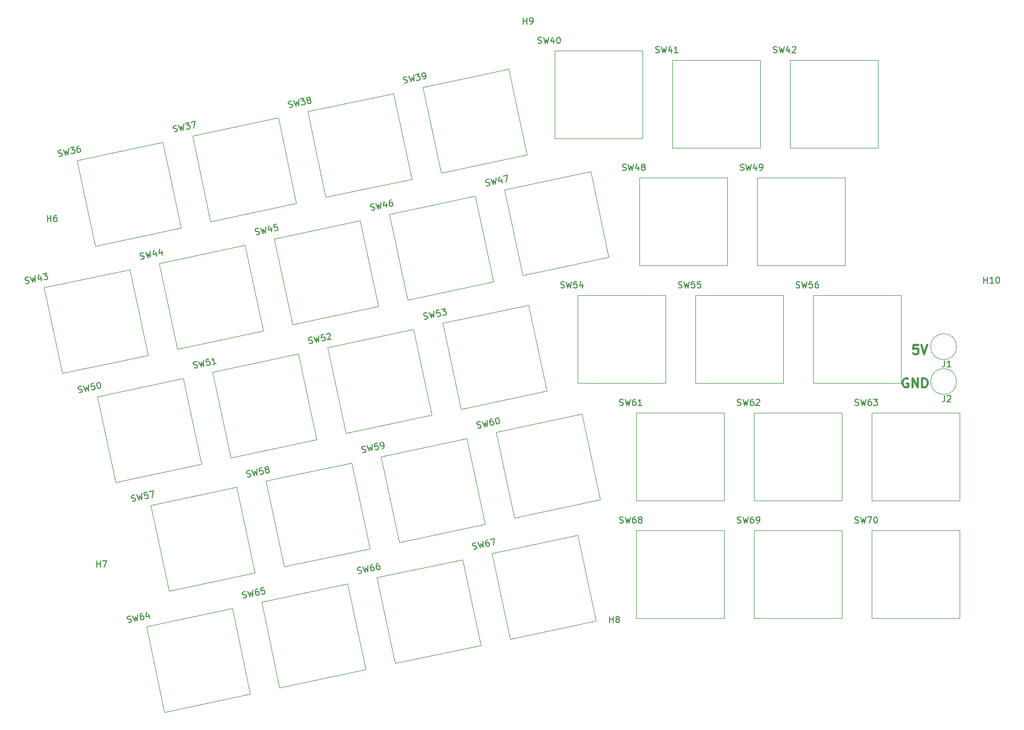
<source format=gbr>
%TF.GenerationSoftware,KiCad,Pcbnew,9.0.3*%
%TF.CreationDate,2025-11-25T10:19:29-05:00*%
%TF.ProjectId,Wren,5772656e-2e6b-4696-9361-645f70636258,rev?*%
%TF.SameCoordinates,Original*%
%TF.FileFunction,Legend,Top*%
%TF.FilePolarity,Positive*%
%FSLAX46Y46*%
G04 Gerber Fmt 4.6, Leading zero omitted, Abs format (unit mm)*
G04 Created by KiCad (PCBNEW 9.0.3) date 2025-11-25 10:19:29*
%MOMM*%
%LPD*%
G01*
G04 APERTURE LIST*
%ADD10C,0.300000*%
%ADD11C,0.150000*%
%ADD12C,0.120000*%
G04 APERTURE END LIST*
D10*
X413118796Y-178300828D02*
X412404510Y-178300828D01*
X412404510Y-178300828D02*
X412333082Y-179015114D01*
X412333082Y-179015114D02*
X412404510Y-178943685D01*
X412404510Y-178943685D02*
X412547368Y-178872257D01*
X412547368Y-178872257D02*
X412904510Y-178872257D01*
X412904510Y-178872257D02*
X413047368Y-178943685D01*
X413047368Y-178943685D02*
X413118796Y-179015114D01*
X413118796Y-179015114D02*
X413190225Y-179157971D01*
X413190225Y-179157971D02*
X413190225Y-179515114D01*
X413190225Y-179515114D02*
X413118796Y-179657971D01*
X413118796Y-179657971D02*
X413047368Y-179729400D01*
X413047368Y-179729400D02*
X412904510Y-179800828D01*
X412904510Y-179800828D02*
X412547368Y-179800828D01*
X412547368Y-179800828D02*
X412404510Y-179729400D01*
X412404510Y-179729400D02*
X412333082Y-179657971D01*
X413618796Y-178300828D02*
X414118796Y-179800828D01*
X414118796Y-179800828D02*
X414618796Y-178300828D01*
X411490225Y-183772257D02*
X411347368Y-183700828D01*
X411347368Y-183700828D02*
X411133082Y-183700828D01*
X411133082Y-183700828D02*
X410918796Y-183772257D01*
X410918796Y-183772257D02*
X410775939Y-183915114D01*
X410775939Y-183915114D02*
X410704510Y-184057971D01*
X410704510Y-184057971D02*
X410633082Y-184343685D01*
X410633082Y-184343685D02*
X410633082Y-184557971D01*
X410633082Y-184557971D02*
X410704510Y-184843685D01*
X410704510Y-184843685D02*
X410775939Y-184986542D01*
X410775939Y-184986542D02*
X410918796Y-185129400D01*
X410918796Y-185129400D02*
X411133082Y-185200828D01*
X411133082Y-185200828D02*
X411275939Y-185200828D01*
X411275939Y-185200828D02*
X411490225Y-185129400D01*
X411490225Y-185129400D02*
X411561653Y-185057971D01*
X411561653Y-185057971D02*
X411561653Y-184557971D01*
X411561653Y-184557971D02*
X411275939Y-184557971D01*
X412204510Y-185200828D02*
X412204510Y-183700828D01*
X412204510Y-183700828D02*
X413061653Y-185200828D01*
X413061653Y-185200828D02*
X413061653Y-183700828D01*
X413775939Y-185200828D02*
X413775939Y-183700828D01*
X413775939Y-183700828D02*
X414133082Y-183700828D01*
X414133082Y-183700828D02*
X414347368Y-183772257D01*
X414347368Y-183772257D02*
X414490225Y-183915114D01*
X414490225Y-183915114D02*
X414561654Y-184057971D01*
X414561654Y-184057971D02*
X414633082Y-184343685D01*
X414633082Y-184343685D02*
X414633082Y-184557971D01*
X414633082Y-184557971D02*
X414561654Y-184843685D01*
X414561654Y-184843685D02*
X414490225Y-184986542D01*
X414490225Y-184986542D02*
X414347368Y-185129400D01*
X414347368Y-185129400D02*
X414133082Y-185200828D01*
X414133082Y-185200828D02*
X413775939Y-185200828D01*
D11*
X355283405Y-169014323D02*
X355426262Y-169061942D01*
X355426262Y-169061942D02*
X355664357Y-169061942D01*
X355664357Y-169061942D02*
X355759595Y-169014323D01*
X355759595Y-169014323D02*
X355807214Y-168966703D01*
X355807214Y-168966703D02*
X355854833Y-168871465D01*
X355854833Y-168871465D02*
X355854833Y-168776227D01*
X355854833Y-168776227D02*
X355807214Y-168680989D01*
X355807214Y-168680989D02*
X355759595Y-168633370D01*
X355759595Y-168633370D02*
X355664357Y-168585751D01*
X355664357Y-168585751D02*
X355473881Y-168538132D01*
X355473881Y-168538132D02*
X355378643Y-168490513D01*
X355378643Y-168490513D02*
X355331024Y-168442894D01*
X355331024Y-168442894D02*
X355283405Y-168347656D01*
X355283405Y-168347656D02*
X355283405Y-168252418D01*
X355283405Y-168252418D02*
X355331024Y-168157180D01*
X355331024Y-168157180D02*
X355378643Y-168109561D01*
X355378643Y-168109561D02*
X355473881Y-168061942D01*
X355473881Y-168061942D02*
X355711976Y-168061942D01*
X355711976Y-168061942D02*
X355854833Y-168109561D01*
X356188167Y-168061942D02*
X356426262Y-169061942D01*
X356426262Y-169061942D02*
X356616738Y-168347656D01*
X356616738Y-168347656D02*
X356807214Y-169061942D01*
X356807214Y-169061942D02*
X357045310Y-168061942D01*
X357902452Y-168061942D02*
X357426262Y-168061942D01*
X357426262Y-168061942D02*
X357378643Y-168538132D01*
X357378643Y-168538132D02*
X357426262Y-168490513D01*
X357426262Y-168490513D02*
X357521500Y-168442894D01*
X357521500Y-168442894D02*
X357759595Y-168442894D01*
X357759595Y-168442894D02*
X357854833Y-168490513D01*
X357854833Y-168490513D02*
X357902452Y-168538132D01*
X357902452Y-168538132D02*
X357950071Y-168633370D01*
X357950071Y-168633370D02*
X357950071Y-168871465D01*
X357950071Y-168871465D02*
X357902452Y-168966703D01*
X357902452Y-168966703D02*
X357854833Y-169014323D01*
X357854833Y-169014323D02*
X357759595Y-169061942D01*
X357759595Y-169061942D02*
X357521500Y-169061942D01*
X357521500Y-169061942D02*
X357426262Y-169014323D01*
X357426262Y-169014323D02*
X357378643Y-168966703D01*
X358807214Y-168395275D02*
X358807214Y-169061942D01*
X358569119Y-168014323D02*
X358331024Y-168728608D01*
X358331024Y-168728608D02*
X358950071Y-168728608D01*
X374333405Y-169014323D02*
X374476262Y-169061942D01*
X374476262Y-169061942D02*
X374714357Y-169061942D01*
X374714357Y-169061942D02*
X374809595Y-169014323D01*
X374809595Y-169014323D02*
X374857214Y-168966703D01*
X374857214Y-168966703D02*
X374904833Y-168871465D01*
X374904833Y-168871465D02*
X374904833Y-168776227D01*
X374904833Y-168776227D02*
X374857214Y-168680989D01*
X374857214Y-168680989D02*
X374809595Y-168633370D01*
X374809595Y-168633370D02*
X374714357Y-168585751D01*
X374714357Y-168585751D02*
X374523881Y-168538132D01*
X374523881Y-168538132D02*
X374428643Y-168490513D01*
X374428643Y-168490513D02*
X374381024Y-168442894D01*
X374381024Y-168442894D02*
X374333405Y-168347656D01*
X374333405Y-168347656D02*
X374333405Y-168252418D01*
X374333405Y-168252418D02*
X374381024Y-168157180D01*
X374381024Y-168157180D02*
X374428643Y-168109561D01*
X374428643Y-168109561D02*
X374523881Y-168061942D01*
X374523881Y-168061942D02*
X374761976Y-168061942D01*
X374761976Y-168061942D02*
X374904833Y-168109561D01*
X375238167Y-168061942D02*
X375476262Y-169061942D01*
X375476262Y-169061942D02*
X375666738Y-168347656D01*
X375666738Y-168347656D02*
X375857214Y-169061942D01*
X375857214Y-169061942D02*
X376095310Y-168061942D01*
X376952452Y-168061942D02*
X376476262Y-168061942D01*
X376476262Y-168061942D02*
X376428643Y-168538132D01*
X376428643Y-168538132D02*
X376476262Y-168490513D01*
X376476262Y-168490513D02*
X376571500Y-168442894D01*
X376571500Y-168442894D02*
X376809595Y-168442894D01*
X376809595Y-168442894D02*
X376904833Y-168490513D01*
X376904833Y-168490513D02*
X376952452Y-168538132D01*
X376952452Y-168538132D02*
X377000071Y-168633370D01*
X377000071Y-168633370D02*
X377000071Y-168871465D01*
X377000071Y-168871465D02*
X376952452Y-168966703D01*
X376952452Y-168966703D02*
X376904833Y-169014323D01*
X376904833Y-169014323D02*
X376809595Y-169061942D01*
X376809595Y-169061942D02*
X376571500Y-169061942D01*
X376571500Y-169061942D02*
X376476262Y-169014323D01*
X376476262Y-169014323D02*
X376428643Y-168966703D01*
X377904833Y-168061942D02*
X377428643Y-168061942D01*
X377428643Y-168061942D02*
X377381024Y-168538132D01*
X377381024Y-168538132D02*
X377428643Y-168490513D01*
X377428643Y-168490513D02*
X377523881Y-168442894D01*
X377523881Y-168442894D02*
X377761976Y-168442894D01*
X377761976Y-168442894D02*
X377857214Y-168490513D01*
X377857214Y-168490513D02*
X377904833Y-168538132D01*
X377904833Y-168538132D02*
X377952452Y-168633370D01*
X377952452Y-168633370D02*
X377952452Y-168871465D01*
X377952452Y-168871465D02*
X377904833Y-168966703D01*
X377904833Y-168966703D02*
X377857214Y-169014323D01*
X377857214Y-169014323D02*
X377761976Y-169061942D01*
X377761976Y-169061942D02*
X377523881Y-169061942D01*
X377523881Y-169061942D02*
X377428643Y-169014323D01*
X377428643Y-169014323D02*
X377381024Y-168966703D01*
X277360004Y-186002899D02*
X277509640Y-186019776D01*
X277509640Y-186019776D02*
X277742532Y-185970273D01*
X277742532Y-185970273D02*
X277825788Y-185903894D01*
X277825788Y-185903894D02*
X277862466Y-185847415D01*
X277862466Y-185847415D02*
X277889244Y-185744357D01*
X277889244Y-185744357D02*
X277869442Y-185651200D01*
X277869442Y-185651200D02*
X277803063Y-185567944D01*
X277803063Y-185567944D02*
X277746584Y-185531266D01*
X277746584Y-185531266D02*
X277643526Y-185504489D01*
X277643526Y-185504489D02*
X277447312Y-185497513D01*
X277447312Y-185497513D02*
X277344255Y-185470735D01*
X277344255Y-185470735D02*
X277287776Y-185434057D01*
X277287776Y-185434057D02*
X277221396Y-185350801D01*
X277221396Y-185350801D02*
X277201595Y-185257644D01*
X277201595Y-185257644D02*
X277228372Y-185154587D01*
X277228372Y-185154587D02*
X277265050Y-185098108D01*
X277265050Y-185098108D02*
X277348306Y-185031728D01*
X277348306Y-185031728D02*
X277581199Y-184982225D01*
X277581199Y-184982225D02*
X277730835Y-184999102D01*
X278046983Y-184883220D02*
X278487787Y-185811864D01*
X278487787Y-185811864D02*
X278525593Y-185073585D01*
X278525593Y-185073585D02*
X278860415Y-185732660D01*
X278860415Y-185732660D02*
X278885396Y-184705010D01*
X279723808Y-184526800D02*
X279258023Y-184625805D01*
X279258023Y-184625805D02*
X279310450Y-185101490D01*
X279310450Y-185101490D02*
X279347128Y-185045011D01*
X279347128Y-185045011D02*
X279430384Y-184978632D01*
X279430384Y-184978632D02*
X279663277Y-184929129D01*
X279663277Y-184929129D02*
X279766334Y-184955906D01*
X279766334Y-184955906D02*
X279822813Y-184992584D01*
X279822813Y-184992584D02*
X279889193Y-185075841D01*
X279889193Y-185075841D02*
X279938696Y-185308733D01*
X279938696Y-185308733D02*
X279911918Y-185411790D01*
X279911918Y-185411790D02*
X279875240Y-185468269D01*
X279875240Y-185468269D02*
X279791984Y-185534649D01*
X279791984Y-185534649D02*
X279559092Y-185584152D01*
X279559092Y-185584152D02*
X279456034Y-185557374D01*
X279456034Y-185557374D02*
X279399555Y-185520696D01*
X280375906Y-184388192D02*
X280469063Y-184368391D01*
X280469063Y-184368391D02*
X280572121Y-184395168D01*
X280572121Y-184395168D02*
X280628600Y-184431846D01*
X280628600Y-184431846D02*
X280694979Y-184515102D01*
X280694979Y-184515102D02*
X280781160Y-184691516D01*
X280781160Y-184691516D02*
X280830663Y-184924408D01*
X280830663Y-184924408D02*
X280823686Y-185120622D01*
X280823686Y-185120622D02*
X280796909Y-185223680D01*
X280796909Y-185223680D02*
X280760231Y-185280159D01*
X280760231Y-185280159D02*
X280676975Y-185346538D01*
X280676975Y-185346538D02*
X280583818Y-185366339D01*
X280583818Y-185366339D02*
X280480760Y-185339562D01*
X280480760Y-185339562D02*
X280424281Y-185302884D01*
X280424281Y-185302884D02*
X280357902Y-185219628D01*
X280357902Y-185219628D02*
X280271721Y-185043215D01*
X280271721Y-185043215D02*
X280222218Y-184810322D01*
X280222218Y-184810322D02*
X280229195Y-184614108D01*
X280229195Y-184614108D02*
X280255972Y-184511050D01*
X280255972Y-184511050D02*
X280292650Y-184454571D01*
X280292650Y-184454571D02*
X280375906Y-184388192D01*
X341182576Y-211388170D02*
X341332212Y-211405047D01*
X341332212Y-211405047D02*
X341565104Y-211355544D01*
X341565104Y-211355544D02*
X341648360Y-211289165D01*
X341648360Y-211289165D02*
X341685038Y-211232686D01*
X341685038Y-211232686D02*
X341711816Y-211129628D01*
X341711816Y-211129628D02*
X341692014Y-211036471D01*
X341692014Y-211036471D02*
X341625635Y-210953215D01*
X341625635Y-210953215D02*
X341569156Y-210916537D01*
X341569156Y-210916537D02*
X341466098Y-210889760D01*
X341466098Y-210889760D02*
X341269884Y-210882784D01*
X341269884Y-210882784D02*
X341166827Y-210856006D01*
X341166827Y-210856006D02*
X341110348Y-210819328D01*
X341110348Y-210819328D02*
X341043968Y-210736072D01*
X341043968Y-210736072D02*
X341024167Y-210642915D01*
X341024167Y-210642915D02*
X341050944Y-210539858D01*
X341050944Y-210539858D02*
X341087622Y-210483379D01*
X341087622Y-210483379D02*
X341170878Y-210416999D01*
X341170878Y-210416999D02*
X341403771Y-210367496D01*
X341403771Y-210367496D02*
X341553407Y-210384373D01*
X341869555Y-210268491D02*
X342310359Y-211197135D01*
X342310359Y-211197135D02*
X342348165Y-210458856D01*
X342348165Y-210458856D02*
X342682987Y-211117931D01*
X342682987Y-211117931D02*
X342707968Y-210090281D01*
X343499801Y-209921971D02*
X343313487Y-209961573D01*
X343313487Y-209961573D02*
X343230231Y-210027953D01*
X343230231Y-210027953D02*
X343193553Y-210084432D01*
X343193553Y-210084432D02*
X343130098Y-210243968D01*
X343130098Y-210243968D02*
X343123122Y-210440183D01*
X343123122Y-210440183D02*
X343202326Y-210812811D01*
X343202326Y-210812811D02*
X343268706Y-210896067D01*
X343268706Y-210896067D02*
X343325185Y-210932745D01*
X343325185Y-210932745D02*
X343428242Y-210959522D01*
X343428242Y-210959522D02*
X343614556Y-210919920D01*
X343614556Y-210919920D02*
X343697812Y-210853540D01*
X343697812Y-210853540D02*
X343734490Y-210797061D01*
X343734490Y-210797061D02*
X343761268Y-210694004D01*
X343761268Y-210694004D02*
X343711765Y-210461112D01*
X343711765Y-210461112D02*
X343645385Y-210377855D01*
X343645385Y-210377855D02*
X343588906Y-210341177D01*
X343588906Y-210341177D02*
X343485849Y-210314400D01*
X343485849Y-210314400D02*
X343299535Y-210354002D01*
X343299535Y-210354002D02*
X343216279Y-210420382D01*
X343216279Y-210420382D02*
X343179601Y-210476861D01*
X343179601Y-210476861D02*
X343152823Y-210579918D01*
X343919007Y-209832866D02*
X344571106Y-209694258D01*
X344571106Y-209694258D02*
X344359811Y-210761511D01*
X304612834Y-199685693D02*
X304762470Y-199702570D01*
X304762470Y-199702570D02*
X304995362Y-199653067D01*
X304995362Y-199653067D02*
X305078618Y-199586688D01*
X305078618Y-199586688D02*
X305115296Y-199530209D01*
X305115296Y-199530209D02*
X305142074Y-199427151D01*
X305142074Y-199427151D02*
X305122272Y-199333994D01*
X305122272Y-199333994D02*
X305055893Y-199250738D01*
X305055893Y-199250738D02*
X304999414Y-199214060D01*
X304999414Y-199214060D02*
X304896356Y-199187283D01*
X304896356Y-199187283D02*
X304700142Y-199180307D01*
X304700142Y-199180307D02*
X304597085Y-199153529D01*
X304597085Y-199153529D02*
X304540606Y-199116851D01*
X304540606Y-199116851D02*
X304474226Y-199033595D01*
X304474226Y-199033595D02*
X304454425Y-198940438D01*
X304454425Y-198940438D02*
X304481202Y-198837381D01*
X304481202Y-198837381D02*
X304517880Y-198780902D01*
X304517880Y-198780902D02*
X304601136Y-198714522D01*
X304601136Y-198714522D02*
X304834029Y-198665019D01*
X304834029Y-198665019D02*
X304983665Y-198681896D01*
X305299813Y-198566014D02*
X305740617Y-199494658D01*
X305740617Y-199494658D02*
X305778423Y-198756379D01*
X305778423Y-198756379D02*
X306113245Y-199415454D01*
X306113245Y-199415454D02*
X306138226Y-198387804D01*
X306976638Y-198209594D02*
X306510853Y-198308599D01*
X306510853Y-198308599D02*
X306563280Y-198784284D01*
X306563280Y-198784284D02*
X306599958Y-198727805D01*
X306599958Y-198727805D02*
X306683214Y-198661426D01*
X306683214Y-198661426D02*
X306916107Y-198611923D01*
X306916107Y-198611923D02*
X307019164Y-198638700D01*
X307019164Y-198638700D02*
X307075643Y-198675378D01*
X307075643Y-198675378D02*
X307142023Y-198758635D01*
X307142023Y-198758635D02*
X307191526Y-198991527D01*
X307191526Y-198991527D02*
X307164748Y-199094584D01*
X307164748Y-199094584D02*
X307128070Y-199151063D01*
X307128070Y-199151063D02*
X307044814Y-199217443D01*
X307044814Y-199217443D02*
X306811922Y-199266946D01*
X306811922Y-199266946D02*
X306708864Y-199240168D01*
X306708864Y-199240168D02*
X306652385Y-199203490D01*
X307671263Y-198500092D02*
X307568205Y-198473315D01*
X307568205Y-198473315D02*
X307511726Y-198436637D01*
X307511726Y-198436637D02*
X307445347Y-198353381D01*
X307445347Y-198353381D02*
X307435446Y-198306802D01*
X307435446Y-198306802D02*
X307462223Y-198203745D01*
X307462223Y-198203745D02*
X307498901Y-198147266D01*
X307498901Y-198147266D02*
X307582158Y-198080886D01*
X307582158Y-198080886D02*
X307768472Y-198041284D01*
X307768472Y-198041284D02*
X307871529Y-198068061D01*
X307871529Y-198068061D02*
X307928008Y-198104739D01*
X307928008Y-198104739D02*
X307994388Y-198187996D01*
X307994388Y-198187996D02*
X308004288Y-198234574D01*
X308004288Y-198234574D02*
X307977511Y-198337632D01*
X307977511Y-198337632D02*
X307940833Y-198394111D01*
X307940833Y-198394111D02*
X307857577Y-198460490D01*
X307857577Y-198460490D02*
X307671263Y-198500092D01*
X307671263Y-198500092D02*
X307588006Y-198566472D01*
X307588006Y-198566472D02*
X307551328Y-198622951D01*
X307551328Y-198622951D02*
X307524551Y-198726009D01*
X307524551Y-198726009D02*
X307564153Y-198912322D01*
X307564153Y-198912322D02*
X307630533Y-198995579D01*
X307630533Y-198995579D02*
X307687012Y-199032257D01*
X307687012Y-199032257D02*
X307790069Y-199059034D01*
X307790069Y-199059034D02*
X307976383Y-199019432D01*
X307976383Y-199019432D02*
X308059640Y-198953052D01*
X308059640Y-198953052D02*
X308096317Y-198896573D01*
X308096317Y-198896573D02*
X308123095Y-198793516D01*
X308123095Y-198793516D02*
X308083493Y-198607202D01*
X308083493Y-198607202D02*
X308017113Y-198523946D01*
X308017113Y-198523946D02*
X307960634Y-198487268D01*
X307960634Y-198487268D02*
X307857577Y-198460490D01*
X295993716Y-182042181D02*
X296143352Y-182059058D01*
X296143352Y-182059058D02*
X296376244Y-182009555D01*
X296376244Y-182009555D02*
X296459500Y-181943176D01*
X296459500Y-181943176D02*
X296496178Y-181886697D01*
X296496178Y-181886697D02*
X296522956Y-181783639D01*
X296522956Y-181783639D02*
X296503154Y-181690482D01*
X296503154Y-181690482D02*
X296436775Y-181607226D01*
X296436775Y-181607226D02*
X296380296Y-181570548D01*
X296380296Y-181570548D02*
X296277238Y-181543771D01*
X296277238Y-181543771D02*
X296081024Y-181536795D01*
X296081024Y-181536795D02*
X295977967Y-181510017D01*
X295977967Y-181510017D02*
X295921488Y-181473339D01*
X295921488Y-181473339D02*
X295855108Y-181390083D01*
X295855108Y-181390083D02*
X295835307Y-181296926D01*
X295835307Y-181296926D02*
X295862084Y-181193869D01*
X295862084Y-181193869D02*
X295898762Y-181137390D01*
X295898762Y-181137390D02*
X295982018Y-181071010D01*
X295982018Y-181071010D02*
X296214911Y-181021507D01*
X296214911Y-181021507D02*
X296364547Y-181038384D01*
X296680695Y-180922502D02*
X297121499Y-181851146D01*
X297121499Y-181851146D02*
X297159305Y-181112867D01*
X297159305Y-181112867D02*
X297494127Y-181771942D01*
X297494127Y-181771942D02*
X297519108Y-180744292D01*
X298357520Y-180566082D02*
X297891735Y-180665087D01*
X297891735Y-180665087D02*
X297944162Y-181140772D01*
X297944162Y-181140772D02*
X297980840Y-181084293D01*
X297980840Y-181084293D02*
X298064096Y-181017914D01*
X298064096Y-181017914D02*
X298296989Y-180968411D01*
X298296989Y-180968411D02*
X298400046Y-180995188D01*
X298400046Y-180995188D02*
X298456525Y-181031866D01*
X298456525Y-181031866D02*
X298522905Y-181115123D01*
X298522905Y-181115123D02*
X298572408Y-181348015D01*
X298572408Y-181348015D02*
X298545630Y-181451072D01*
X298545630Y-181451072D02*
X298508952Y-181507551D01*
X298508952Y-181507551D02*
X298425696Y-181573931D01*
X298425696Y-181573931D02*
X298192804Y-181623434D01*
X298192804Y-181623434D02*
X298089746Y-181596656D01*
X298089746Y-181596656D02*
X298033267Y-181559978D01*
X299543579Y-181336318D02*
X298984638Y-181455124D01*
X299264108Y-181395721D02*
X299056197Y-180417573D01*
X299056197Y-180417573D02*
X298992741Y-180577110D01*
X298992741Y-180577110D02*
X298919386Y-180690068D01*
X298919386Y-180690068D02*
X298836129Y-180756447D01*
X292730880Y-143784558D02*
X292880516Y-143801435D01*
X292880516Y-143801435D02*
X293113408Y-143751932D01*
X293113408Y-143751932D02*
X293196664Y-143685553D01*
X293196664Y-143685553D02*
X293233342Y-143629074D01*
X293233342Y-143629074D02*
X293260120Y-143526016D01*
X293260120Y-143526016D02*
X293240318Y-143432859D01*
X293240318Y-143432859D02*
X293173939Y-143349603D01*
X293173939Y-143349603D02*
X293117460Y-143312925D01*
X293117460Y-143312925D02*
X293014402Y-143286148D01*
X293014402Y-143286148D02*
X292818188Y-143279172D01*
X292818188Y-143279172D02*
X292715131Y-143252394D01*
X292715131Y-143252394D02*
X292658652Y-143215716D01*
X292658652Y-143215716D02*
X292592272Y-143132460D01*
X292592272Y-143132460D02*
X292572471Y-143039303D01*
X292572471Y-143039303D02*
X292599248Y-142936246D01*
X292599248Y-142936246D02*
X292635926Y-142879767D01*
X292635926Y-142879767D02*
X292719182Y-142813387D01*
X292719182Y-142813387D02*
X292952075Y-142763884D01*
X292952075Y-142763884D02*
X293101711Y-142780761D01*
X293417859Y-142664879D02*
X293858663Y-143593523D01*
X293858663Y-143593523D02*
X293896469Y-142855244D01*
X293896469Y-142855244D02*
X294231291Y-143514319D01*
X294231291Y-143514319D02*
X294256272Y-142486669D01*
X294535742Y-142427265D02*
X295141262Y-142298558D01*
X295141262Y-142298558D02*
X294894417Y-142740490D01*
X294894417Y-142740490D02*
X295034153Y-142710788D01*
X295034153Y-142710788D02*
X295137210Y-142737565D01*
X295137210Y-142737565D02*
X295193689Y-142774243D01*
X295193689Y-142774243D02*
X295260069Y-142857500D01*
X295260069Y-142857500D02*
X295309572Y-143090392D01*
X295309572Y-143090392D02*
X295282794Y-143193449D01*
X295282794Y-143193449D02*
X295246116Y-143249928D01*
X295246116Y-143249928D02*
X295162860Y-143316308D01*
X295162860Y-143316308D02*
X294883389Y-143375711D01*
X294883389Y-143375711D02*
X294780332Y-143348934D01*
X294780332Y-143348934D02*
X294723853Y-143312256D01*
X295467311Y-142229254D02*
X296119410Y-142090646D01*
X296119410Y-142090646D02*
X295908115Y-143157899D01*
X423761905Y-168304819D02*
X423761905Y-167304819D01*
X423761905Y-167781009D02*
X424333333Y-167781009D01*
X424333333Y-168304819D02*
X424333333Y-167304819D01*
X425333333Y-168304819D02*
X424761905Y-168304819D01*
X425047619Y-168304819D02*
X425047619Y-167304819D01*
X425047619Y-167304819D02*
X424952381Y-167447676D01*
X424952381Y-167447676D02*
X424857143Y-167542914D01*
X424857143Y-167542914D02*
X424761905Y-167590533D01*
X425952381Y-167304819D02*
X426047619Y-167304819D01*
X426047619Y-167304819D02*
X426142857Y-167352438D01*
X426142857Y-167352438D02*
X426190476Y-167400057D01*
X426190476Y-167400057D02*
X426238095Y-167495295D01*
X426238095Y-167495295D02*
X426285714Y-167685771D01*
X426285714Y-167685771D02*
X426285714Y-167923866D01*
X426285714Y-167923866D02*
X426238095Y-168114342D01*
X426238095Y-168114342D02*
X426190476Y-168209580D01*
X426190476Y-168209580D02*
X426142857Y-168257200D01*
X426142857Y-168257200D02*
X426047619Y-168304819D01*
X426047619Y-168304819D02*
X425952381Y-168304819D01*
X425952381Y-168304819D02*
X425857143Y-168257200D01*
X425857143Y-168257200D02*
X425809524Y-168209580D01*
X425809524Y-168209580D02*
X425761905Y-168114342D01*
X425761905Y-168114342D02*
X425714286Y-167923866D01*
X425714286Y-167923866D02*
X425714286Y-167685771D01*
X425714286Y-167685771D02*
X425761905Y-167495295D01*
X425761905Y-167495295D02*
X425809524Y-167400057D01*
X425809524Y-167400057D02*
X425857143Y-167352438D01*
X425857143Y-167352438D02*
X425952381Y-167304819D01*
X349238095Y-126304819D02*
X349238095Y-125304819D01*
X349238095Y-125781009D02*
X349809523Y-125781009D01*
X349809523Y-126304819D02*
X349809523Y-125304819D01*
X350333333Y-126304819D02*
X350523809Y-126304819D01*
X350523809Y-126304819D02*
X350619047Y-126257200D01*
X350619047Y-126257200D02*
X350666666Y-126209580D01*
X350666666Y-126209580D02*
X350761904Y-126066723D01*
X350761904Y-126066723D02*
X350809523Y-125876247D01*
X350809523Y-125876247D02*
X350809523Y-125495295D01*
X350809523Y-125495295D02*
X350761904Y-125400057D01*
X350761904Y-125400057D02*
X350714285Y-125352438D01*
X350714285Y-125352438D02*
X350619047Y-125304819D01*
X350619047Y-125304819D02*
X350428571Y-125304819D01*
X350428571Y-125304819D02*
X350333333Y-125352438D01*
X350333333Y-125352438D02*
X350285714Y-125400057D01*
X350285714Y-125400057D02*
X350238095Y-125495295D01*
X350238095Y-125495295D02*
X350238095Y-125733390D01*
X350238095Y-125733390D02*
X350285714Y-125828628D01*
X350285714Y-125828628D02*
X350333333Y-125876247D01*
X350333333Y-125876247D02*
X350428571Y-125923866D01*
X350428571Y-125923866D02*
X350619047Y-125923866D01*
X350619047Y-125923866D02*
X350714285Y-125876247D01*
X350714285Y-125876247D02*
X350761904Y-125828628D01*
X350761904Y-125828628D02*
X350809523Y-125733390D01*
X383858405Y-188064323D02*
X384001262Y-188111942D01*
X384001262Y-188111942D02*
X384239357Y-188111942D01*
X384239357Y-188111942D02*
X384334595Y-188064323D01*
X384334595Y-188064323D02*
X384382214Y-188016703D01*
X384382214Y-188016703D02*
X384429833Y-187921465D01*
X384429833Y-187921465D02*
X384429833Y-187826227D01*
X384429833Y-187826227D02*
X384382214Y-187730989D01*
X384382214Y-187730989D02*
X384334595Y-187683370D01*
X384334595Y-187683370D02*
X384239357Y-187635751D01*
X384239357Y-187635751D02*
X384048881Y-187588132D01*
X384048881Y-187588132D02*
X383953643Y-187540513D01*
X383953643Y-187540513D02*
X383906024Y-187492894D01*
X383906024Y-187492894D02*
X383858405Y-187397656D01*
X383858405Y-187397656D02*
X383858405Y-187302418D01*
X383858405Y-187302418D02*
X383906024Y-187207180D01*
X383906024Y-187207180D02*
X383953643Y-187159561D01*
X383953643Y-187159561D02*
X384048881Y-187111942D01*
X384048881Y-187111942D02*
X384286976Y-187111942D01*
X384286976Y-187111942D02*
X384429833Y-187159561D01*
X384763167Y-187111942D02*
X385001262Y-188111942D01*
X385001262Y-188111942D02*
X385191738Y-187397656D01*
X385191738Y-187397656D02*
X385382214Y-188111942D01*
X385382214Y-188111942D02*
X385620310Y-187111942D01*
X386429833Y-187111942D02*
X386239357Y-187111942D01*
X386239357Y-187111942D02*
X386144119Y-187159561D01*
X386144119Y-187159561D02*
X386096500Y-187207180D01*
X386096500Y-187207180D02*
X386001262Y-187350037D01*
X386001262Y-187350037D02*
X385953643Y-187540513D01*
X385953643Y-187540513D02*
X385953643Y-187921465D01*
X385953643Y-187921465D02*
X386001262Y-188016703D01*
X386001262Y-188016703D02*
X386048881Y-188064323D01*
X386048881Y-188064323D02*
X386144119Y-188111942D01*
X386144119Y-188111942D02*
X386334595Y-188111942D01*
X386334595Y-188111942D02*
X386429833Y-188064323D01*
X386429833Y-188064323D02*
X386477452Y-188016703D01*
X386477452Y-188016703D02*
X386525071Y-187921465D01*
X386525071Y-187921465D02*
X386525071Y-187683370D01*
X386525071Y-187683370D02*
X386477452Y-187588132D01*
X386477452Y-187588132D02*
X386429833Y-187540513D01*
X386429833Y-187540513D02*
X386334595Y-187492894D01*
X386334595Y-187492894D02*
X386144119Y-187492894D01*
X386144119Y-187492894D02*
X386048881Y-187540513D01*
X386048881Y-187540513D02*
X386001262Y-187588132D01*
X386001262Y-187588132D02*
X385953643Y-187683370D01*
X386906024Y-187207180D02*
X386953643Y-187159561D01*
X386953643Y-187159561D02*
X387048881Y-187111942D01*
X387048881Y-187111942D02*
X387286976Y-187111942D01*
X387286976Y-187111942D02*
X387382214Y-187159561D01*
X387382214Y-187159561D02*
X387429833Y-187207180D01*
X387429833Y-187207180D02*
X387477452Y-187302418D01*
X387477452Y-187302418D02*
X387477452Y-187397656D01*
X387477452Y-187397656D02*
X387429833Y-187540513D01*
X387429833Y-187540513D02*
X386858405Y-188111942D01*
X386858405Y-188111942D02*
X387477452Y-188111942D01*
X333261140Y-174120746D02*
X333410776Y-174137623D01*
X333410776Y-174137623D02*
X333643668Y-174088120D01*
X333643668Y-174088120D02*
X333726924Y-174021741D01*
X333726924Y-174021741D02*
X333763602Y-173965262D01*
X333763602Y-173965262D02*
X333790380Y-173862204D01*
X333790380Y-173862204D02*
X333770578Y-173769047D01*
X333770578Y-173769047D02*
X333704199Y-173685791D01*
X333704199Y-173685791D02*
X333647720Y-173649113D01*
X333647720Y-173649113D02*
X333544662Y-173622336D01*
X333544662Y-173622336D02*
X333348448Y-173615360D01*
X333348448Y-173615360D02*
X333245391Y-173588582D01*
X333245391Y-173588582D02*
X333188912Y-173551904D01*
X333188912Y-173551904D02*
X333122532Y-173468648D01*
X333122532Y-173468648D02*
X333102731Y-173375491D01*
X333102731Y-173375491D02*
X333129508Y-173272434D01*
X333129508Y-173272434D02*
X333166186Y-173215955D01*
X333166186Y-173215955D02*
X333249442Y-173149575D01*
X333249442Y-173149575D02*
X333482335Y-173100072D01*
X333482335Y-173100072D02*
X333631971Y-173116949D01*
X333948119Y-173001067D02*
X334388923Y-173929711D01*
X334388923Y-173929711D02*
X334426729Y-173191432D01*
X334426729Y-173191432D02*
X334761551Y-173850507D01*
X334761551Y-173850507D02*
X334786532Y-172822857D01*
X335624944Y-172644647D02*
X335159159Y-172743652D01*
X335159159Y-172743652D02*
X335211586Y-173219337D01*
X335211586Y-173219337D02*
X335248264Y-173162858D01*
X335248264Y-173162858D02*
X335331520Y-173096479D01*
X335331520Y-173096479D02*
X335564413Y-173046976D01*
X335564413Y-173046976D02*
X335667470Y-173073753D01*
X335667470Y-173073753D02*
X335723949Y-173110431D01*
X335723949Y-173110431D02*
X335790329Y-173193688D01*
X335790329Y-173193688D02*
X335839832Y-173426580D01*
X335839832Y-173426580D02*
X335813054Y-173529637D01*
X335813054Y-173529637D02*
X335776376Y-173586116D01*
X335776376Y-173586116D02*
X335693120Y-173652496D01*
X335693120Y-173652496D02*
X335460228Y-173701999D01*
X335460228Y-173701999D02*
X335357170Y-173675221D01*
X335357170Y-173675221D02*
X335300691Y-173638543D01*
X335997571Y-172565442D02*
X336603091Y-172436735D01*
X336603091Y-172436735D02*
X336356247Y-172878666D01*
X336356247Y-172878666D02*
X336495982Y-172848965D01*
X336495982Y-172848965D02*
X336599039Y-172875742D01*
X336599039Y-172875742D02*
X336655518Y-172912420D01*
X336655518Y-172912420D02*
X336721898Y-172995676D01*
X336721898Y-172995676D02*
X336771401Y-173228569D01*
X336771401Y-173228569D02*
X336744623Y-173331626D01*
X336744623Y-173331626D02*
X336707946Y-173388105D01*
X336707946Y-173388105D02*
X336624689Y-173454485D01*
X336624689Y-173454485D02*
X336345218Y-173513888D01*
X336345218Y-173513888D02*
X336242161Y-173487111D01*
X336242161Y-173487111D02*
X336185682Y-173450433D01*
X402908405Y-207114323D02*
X403051262Y-207161942D01*
X403051262Y-207161942D02*
X403289357Y-207161942D01*
X403289357Y-207161942D02*
X403384595Y-207114323D01*
X403384595Y-207114323D02*
X403432214Y-207066703D01*
X403432214Y-207066703D02*
X403479833Y-206971465D01*
X403479833Y-206971465D02*
X403479833Y-206876227D01*
X403479833Y-206876227D02*
X403432214Y-206780989D01*
X403432214Y-206780989D02*
X403384595Y-206733370D01*
X403384595Y-206733370D02*
X403289357Y-206685751D01*
X403289357Y-206685751D02*
X403098881Y-206638132D01*
X403098881Y-206638132D02*
X403003643Y-206590513D01*
X403003643Y-206590513D02*
X402956024Y-206542894D01*
X402956024Y-206542894D02*
X402908405Y-206447656D01*
X402908405Y-206447656D02*
X402908405Y-206352418D01*
X402908405Y-206352418D02*
X402956024Y-206257180D01*
X402956024Y-206257180D02*
X403003643Y-206209561D01*
X403003643Y-206209561D02*
X403098881Y-206161942D01*
X403098881Y-206161942D02*
X403336976Y-206161942D01*
X403336976Y-206161942D02*
X403479833Y-206209561D01*
X403813167Y-206161942D02*
X404051262Y-207161942D01*
X404051262Y-207161942D02*
X404241738Y-206447656D01*
X404241738Y-206447656D02*
X404432214Y-207161942D01*
X404432214Y-207161942D02*
X404670310Y-206161942D01*
X404956024Y-206161942D02*
X405622690Y-206161942D01*
X405622690Y-206161942D02*
X405194119Y-207161942D01*
X406194119Y-206161942D02*
X406289357Y-206161942D01*
X406289357Y-206161942D02*
X406384595Y-206209561D01*
X406384595Y-206209561D02*
X406432214Y-206257180D01*
X406432214Y-206257180D02*
X406479833Y-206352418D01*
X406479833Y-206352418D02*
X406527452Y-206542894D01*
X406527452Y-206542894D02*
X406527452Y-206780989D01*
X406527452Y-206780989D02*
X406479833Y-206971465D01*
X406479833Y-206971465D02*
X406432214Y-207066703D01*
X406432214Y-207066703D02*
X406384595Y-207114323D01*
X406384595Y-207114323D02*
X406289357Y-207161942D01*
X406289357Y-207161942D02*
X406194119Y-207161942D01*
X406194119Y-207161942D02*
X406098881Y-207114323D01*
X406098881Y-207114323D02*
X406051262Y-207066703D01*
X406051262Y-207066703D02*
X406003643Y-206971465D01*
X406003643Y-206971465D02*
X405956024Y-206780989D01*
X405956024Y-206780989D02*
X405956024Y-206542894D01*
X405956024Y-206542894D02*
X406003643Y-206352418D01*
X406003643Y-206352418D02*
X406051262Y-206257180D01*
X406051262Y-206257180D02*
X406098881Y-206209561D01*
X406098881Y-206209561D02*
X406194119Y-206161942D01*
X363238095Y-223304819D02*
X363238095Y-222304819D01*
X363238095Y-222781009D02*
X363809523Y-222781009D01*
X363809523Y-223304819D02*
X363809523Y-222304819D01*
X364428571Y-222733390D02*
X364333333Y-222685771D01*
X364333333Y-222685771D02*
X364285714Y-222638152D01*
X364285714Y-222638152D02*
X364238095Y-222542914D01*
X364238095Y-222542914D02*
X364238095Y-222495295D01*
X364238095Y-222495295D02*
X364285714Y-222400057D01*
X364285714Y-222400057D02*
X364333333Y-222352438D01*
X364333333Y-222352438D02*
X364428571Y-222304819D01*
X364428571Y-222304819D02*
X364619047Y-222304819D01*
X364619047Y-222304819D02*
X364714285Y-222352438D01*
X364714285Y-222352438D02*
X364761904Y-222400057D01*
X364761904Y-222400057D02*
X364809523Y-222495295D01*
X364809523Y-222495295D02*
X364809523Y-222542914D01*
X364809523Y-222542914D02*
X364761904Y-222638152D01*
X364761904Y-222638152D02*
X364714285Y-222685771D01*
X364714285Y-222685771D02*
X364619047Y-222733390D01*
X364619047Y-222733390D02*
X364428571Y-222733390D01*
X364428571Y-222733390D02*
X364333333Y-222781009D01*
X364333333Y-222781009D02*
X364285714Y-222828628D01*
X364285714Y-222828628D02*
X364238095Y-222923866D01*
X364238095Y-222923866D02*
X364238095Y-223114342D01*
X364238095Y-223114342D02*
X364285714Y-223209580D01*
X364285714Y-223209580D02*
X364333333Y-223257200D01*
X364333333Y-223257200D02*
X364428571Y-223304819D01*
X364428571Y-223304819D02*
X364619047Y-223304819D01*
X364619047Y-223304819D02*
X364714285Y-223257200D01*
X364714285Y-223257200D02*
X364761904Y-223209580D01*
X364761904Y-223209580D02*
X364809523Y-223114342D01*
X364809523Y-223114342D02*
X364809523Y-222923866D01*
X364809523Y-222923866D02*
X364761904Y-222828628D01*
X364761904Y-222828628D02*
X364714285Y-222781009D01*
X364714285Y-222781009D02*
X364619047Y-222733390D01*
X306008310Y-160437952D02*
X306157946Y-160454829D01*
X306157946Y-160454829D02*
X306390838Y-160405326D01*
X306390838Y-160405326D02*
X306474094Y-160338947D01*
X306474094Y-160338947D02*
X306510772Y-160282468D01*
X306510772Y-160282468D02*
X306537550Y-160179410D01*
X306537550Y-160179410D02*
X306517748Y-160086253D01*
X306517748Y-160086253D02*
X306451369Y-160002997D01*
X306451369Y-160002997D02*
X306394890Y-159966319D01*
X306394890Y-159966319D02*
X306291832Y-159939542D01*
X306291832Y-159939542D02*
X306095618Y-159932566D01*
X306095618Y-159932566D02*
X305992561Y-159905788D01*
X305992561Y-159905788D02*
X305936082Y-159869110D01*
X305936082Y-159869110D02*
X305869702Y-159785854D01*
X305869702Y-159785854D02*
X305849901Y-159692697D01*
X305849901Y-159692697D02*
X305876678Y-159589640D01*
X305876678Y-159589640D02*
X305913356Y-159533161D01*
X305913356Y-159533161D02*
X305996612Y-159466781D01*
X305996612Y-159466781D02*
X306229505Y-159417278D01*
X306229505Y-159417278D02*
X306379141Y-159434155D01*
X306695289Y-159318273D02*
X307136093Y-160246917D01*
X307136093Y-160246917D02*
X307173899Y-159508638D01*
X307173899Y-159508638D02*
X307508721Y-160167713D01*
X307508721Y-160167713D02*
X307533702Y-159140063D01*
X308394839Y-159297802D02*
X308533447Y-159949901D01*
X308082742Y-158974677D02*
X307998358Y-159722857D01*
X307998358Y-159722857D02*
X308603878Y-159594150D01*
X309303683Y-158763841D02*
X308837898Y-158862847D01*
X308837898Y-158862847D02*
X308890325Y-159338532D01*
X308890325Y-159338532D02*
X308927003Y-159282053D01*
X308927003Y-159282053D02*
X309010260Y-159215674D01*
X309010260Y-159215674D02*
X309243152Y-159166171D01*
X309243152Y-159166171D02*
X309346209Y-159192948D01*
X309346209Y-159192948D02*
X309402688Y-159229626D01*
X309402688Y-159229626D02*
X309469068Y-159312882D01*
X309469068Y-159312882D02*
X309518571Y-159545775D01*
X309518571Y-159545775D02*
X309491793Y-159648832D01*
X309491793Y-159648832D02*
X309455116Y-159705311D01*
X309455116Y-159705311D02*
X309371859Y-159771691D01*
X309371859Y-159771691D02*
X309138967Y-159821194D01*
X309138967Y-159821194D02*
X309035909Y-159794416D01*
X309035909Y-159794416D02*
X308979430Y-159757738D01*
X323246546Y-195724975D02*
X323396182Y-195741852D01*
X323396182Y-195741852D02*
X323629074Y-195692349D01*
X323629074Y-195692349D02*
X323712330Y-195625970D01*
X323712330Y-195625970D02*
X323749008Y-195569491D01*
X323749008Y-195569491D02*
X323775786Y-195466433D01*
X323775786Y-195466433D02*
X323755984Y-195373276D01*
X323755984Y-195373276D02*
X323689605Y-195290020D01*
X323689605Y-195290020D02*
X323633126Y-195253342D01*
X323633126Y-195253342D02*
X323530068Y-195226565D01*
X323530068Y-195226565D02*
X323333854Y-195219589D01*
X323333854Y-195219589D02*
X323230797Y-195192811D01*
X323230797Y-195192811D02*
X323174318Y-195156133D01*
X323174318Y-195156133D02*
X323107938Y-195072877D01*
X323107938Y-195072877D02*
X323088137Y-194979720D01*
X323088137Y-194979720D02*
X323114914Y-194876663D01*
X323114914Y-194876663D02*
X323151592Y-194820184D01*
X323151592Y-194820184D02*
X323234848Y-194753804D01*
X323234848Y-194753804D02*
X323467741Y-194704301D01*
X323467741Y-194704301D02*
X323617377Y-194721178D01*
X323933525Y-194605296D02*
X324374329Y-195533940D01*
X324374329Y-195533940D02*
X324412135Y-194795661D01*
X324412135Y-194795661D02*
X324746957Y-195454736D01*
X324746957Y-195454736D02*
X324771938Y-194427086D01*
X325610350Y-194248876D02*
X325144565Y-194347881D01*
X325144565Y-194347881D02*
X325196992Y-194823566D01*
X325196992Y-194823566D02*
X325233670Y-194767087D01*
X325233670Y-194767087D02*
X325316926Y-194700708D01*
X325316926Y-194700708D02*
X325549819Y-194651205D01*
X325549819Y-194651205D02*
X325652876Y-194677982D01*
X325652876Y-194677982D02*
X325709355Y-194714660D01*
X325709355Y-194714660D02*
X325775735Y-194797917D01*
X325775735Y-194797917D02*
X325825238Y-195030809D01*
X325825238Y-195030809D02*
X325798460Y-195133866D01*
X325798460Y-195133866D02*
X325761782Y-195190345D01*
X325761782Y-195190345D02*
X325678526Y-195256725D01*
X325678526Y-195256725D02*
X325445634Y-195306228D01*
X325445634Y-195306228D02*
X325342576Y-195279450D01*
X325342576Y-195279450D02*
X325286097Y-195242772D01*
X326330624Y-195118117D02*
X326516938Y-195078515D01*
X326516938Y-195078515D02*
X326600195Y-195012135D01*
X326600195Y-195012135D02*
X326636873Y-194955656D01*
X326636873Y-194955656D02*
X326700328Y-194796120D01*
X326700328Y-194796120D02*
X326707304Y-194599905D01*
X326707304Y-194599905D02*
X326628100Y-194227278D01*
X326628100Y-194227278D02*
X326561720Y-194144021D01*
X326561720Y-194144021D02*
X326505241Y-194107343D01*
X326505241Y-194107343D02*
X326402184Y-194080566D01*
X326402184Y-194080566D02*
X326215870Y-194120168D01*
X326215870Y-194120168D02*
X326132613Y-194186548D01*
X326132613Y-194186548D02*
X326095935Y-194243027D01*
X326095935Y-194243027D02*
X326069158Y-194346084D01*
X326069158Y-194346084D02*
X326118661Y-194578977D01*
X326118661Y-194578977D02*
X326185040Y-194662233D01*
X326185040Y-194662233D02*
X326241519Y-194698911D01*
X326241519Y-194698911D02*
X326344577Y-194725688D01*
X326344577Y-194725688D02*
X326530891Y-194686086D01*
X326530891Y-194686086D02*
X326614147Y-194619707D01*
X326614147Y-194619707D02*
X326650825Y-194563228D01*
X326650825Y-194563228D02*
X326677602Y-194460170D01*
X272238095Y-158304819D02*
X272238095Y-157304819D01*
X272238095Y-157781009D02*
X272809523Y-157781009D01*
X272809523Y-158304819D02*
X272809523Y-157304819D01*
X273714285Y-157304819D02*
X273523809Y-157304819D01*
X273523809Y-157304819D02*
X273428571Y-157352438D01*
X273428571Y-157352438D02*
X273380952Y-157400057D01*
X273380952Y-157400057D02*
X273285714Y-157542914D01*
X273285714Y-157542914D02*
X273238095Y-157733390D01*
X273238095Y-157733390D02*
X273238095Y-158114342D01*
X273238095Y-158114342D02*
X273285714Y-158209580D01*
X273285714Y-158209580D02*
X273333333Y-158257200D01*
X273333333Y-158257200D02*
X273428571Y-158304819D01*
X273428571Y-158304819D02*
X273619047Y-158304819D01*
X273619047Y-158304819D02*
X273714285Y-158257200D01*
X273714285Y-158257200D02*
X273761904Y-158209580D01*
X273761904Y-158209580D02*
X273809523Y-158114342D01*
X273809523Y-158114342D02*
X273809523Y-157876247D01*
X273809523Y-157876247D02*
X273761904Y-157781009D01*
X273761904Y-157781009D02*
X273714285Y-157733390D01*
X273714285Y-157733390D02*
X273619047Y-157685771D01*
X273619047Y-157685771D02*
X273428571Y-157685771D01*
X273428571Y-157685771D02*
X273333333Y-157733390D01*
X273333333Y-157733390D02*
X273285714Y-157781009D01*
X273285714Y-157781009D02*
X273238095Y-157876247D01*
X285281440Y-223270323D02*
X285431076Y-223287200D01*
X285431076Y-223287200D02*
X285663968Y-223237697D01*
X285663968Y-223237697D02*
X285747224Y-223171318D01*
X285747224Y-223171318D02*
X285783902Y-223114839D01*
X285783902Y-223114839D02*
X285810680Y-223011781D01*
X285810680Y-223011781D02*
X285790878Y-222918624D01*
X285790878Y-222918624D02*
X285724499Y-222835368D01*
X285724499Y-222835368D02*
X285668020Y-222798690D01*
X285668020Y-222798690D02*
X285564962Y-222771913D01*
X285564962Y-222771913D02*
X285368748Y-222764937D01*
X285368748Y-222764937D02*
X285265691Y-222738159D01*
X285265691Y-222738159D02*
X285209212Y-222701481D01*
X285209212Y-222701481D02*
X285142832Y-222618225D01*
X285142832Y-222618225D02*
X285123031Y-222525068D01*
X285123031Y-222525068D02*
X285149808Y-222422011D01*
X285149808Y-222422011D02*
X285186486Y-222365532D01*
X285186486Y-222365532D02*
X285269742Y-222299152D01*
X285269742Y-222299152D02*
X285502635Y-222249649D01*
X285502635Y-222249649D02*
X285652271Y-222266526D01*
X285968419Y-222150644D02*
X286409223Y-223079288D01*
X286409223Y-223079288D02*
X286447029Y-222341009D01*
X286447029Y-222341009D02*
X286781851Y-223000084D01*
X286781851Y-223000084D02*
X286806832Y-221972434D01*
X287598665Y-221804124D02*
X287412351Y-221843726D01*
X287412351Y-221843726D02*
X287329095Y-221910106D01*
X287329095Y-221910106D02*
X287292417Y-221966585D01*
X287292417Y-221966585D02*
X287228962Y-222126121D01*
X287228962Y-222126121D02*
X287221986Y-222322336D01*
X287221986Y-222322336D02*
X287301190Y-222694964D01*
X287301190Y-222694964D02*
X287367570Y-222778220D01*
X287367570Y-222778220D02*
X287424049Y-222814898D01*
X287424049Y-222814898D02*
X287527106Y-222841675D01*
X287527106Y-222841675D02*
X287713420Y-222802073D01*
X287713420Y-222802073D02*
X287796676Y-222735693D01*
X287796676Y-222735693D02*
X287833354Y-222679214D01*
X287833354Y-222679214D02*
X287860132Y-222576157D01*
X287860132Y-222576157D02*
X287810629Y-222343265D01*
X287810629Y-222343265D02*
X287744249Y-222260008D01*
X287744249Y-222260008D02*
X287687770Y-222223330D01*
X287687770Y-222223330D02*
X287584713Y-222196553D01*
X287584713Y-222196553D02*
X287398399Y-222236155D01*
X287398399Y-222236155D02*
X287315143Y-222302535D01*
X287315143Y-222302535D02*
X287278465Y-222359014D01*
X287278465Y-222359014D02*
X287251687Y-222462071D01*
X288599538Y-221932162D02*
X288738146Y-222584261D01*
X288287442Y-221609037D02*
X288203058Y-222357217D01*
X288203058Y-222357217D02*
X288808578Y-222228510D01*
X274097168Y-147745275D02*
X274246804Y-147762152D01*
X274246804Y-147762152D02*
X274479696Y-147712649D01*
X274479696Y-147712649D02*
X274562952Y-147646270D01*
X274562952Y-147646270D02*
X274599630Y-147589791D01*
X274599630Y-147589791D02*
X274626408Y-147486733D01*
X274626408Y-147486733D02*
X274606606Y-147393576D01*
X274606606Y-147393576D02*
X274540227Y-147310320D01*
X274540227Y-147310320D02*
X274483748Y-147273642D01*
X274483748Y-147273642D02*
X274380690Y-147246865D01*
X274380690Y-147246865D02*
X274184476Y-147239889D01*
X274184476Y-147239889D02*
X274081419Y-147213111D01*
X274081419Y-147213111D02*
X274024940Y-147176433D01*
X274024940Y-147176433D02*
X273958560Y-147093177D01*
X273958560Y-147093177D02*
X273938759Y-147000020D01*
X273938759Y-147000020D02*
X273965536Y-146896963D01*
X273965536Y-146896963D02*
X274002214Y-146840484D01*
X274002214Y-146840484D02*
X274085470Y-146774104D01*
X274085470Y-146774104D02*
X274318363Y-146724601D01*
X274318363Y-146724601D02*
X274467999Y-146741478D01*
X274784147Y-146625596D02*
X275224951Y-147554240D01*
X275224951Y-147554240D02*
X275262757Y-146815961D01*
X275262757Y-146815961D02*
X275597579Y-147475036D01*
X275597579Y-147475036D02*
X275622560Y-146447386D01*
X275902030Y-146387982D02*
X276507550Y-146259275D01*
X276507550Y-146259275D02*
X276260705Y-146701207D01*
X276260705Y-146701207D02*
X276400441Y-146671505D01*
X276400441Y-146671505D02*
X276503498Y-146698282D01*
X276503498Y-146698282D02*
X276559977Y-146734960D01*
X276559977Y-146734960D02*
X276626357Y-146818217D01*
X276626357Y-146818217D02*
X276675860Y-147051109D01*
X276675860Y-147051109D02*
X276649082Y-147154166D01*
X276649082Y-147154166D02*
X276612404Y-147210645D01*
X276612404Y-147210645D02*
X276529148Y-147277025D01*
X276529148Y-147277025D02*
X276249677Y-147336428D01*
X276249677Y-147336428D02*
X276146620Y-147309651D01*
X276146620Y-147309651D02*
X276090141Y-147272973D01*
X277345962Y-146081065D02*
X277159649Y-146120667D01*
X277159649Y-146120667D02*
X277076392Y-146187047D01*
X277076392Y-146187047D02*
X277039714Y-146243526D01*
X277039714Y-146243526D02*
X276976259Y-146403062D01*
X276976259Y-146403062D02*
X276969283Y-146599277D01*
X276969283Y-146599277D02*
X277048487Y-146971904D01*
X277048487Y-146971904D02*
X277114867Y-147055161D01*
X277114867Y-147055161D02*
X277171346Y-147091839D01*
X277171346Y-147091839D02*
X277274403Y-147118616D01*
X277274403Y-147118616D02*
X277460717Y-147079014D01*
X277460717Y-147079014D02*
X277543974Y-147012634D01*
X277543974Y-147012634D02*
X277580651Y-146956155D01*
X277580651Y-146956155D02*
X277607429Y-146853098D01*
X277607429Y-146853098D02*
X277557926Y-146620205D01*
X277557926Y-146620205D02*
X277491546Y-146536949D01*
X277491546Y-146536949D02*
X277435067Y-146500271D01*
X277435067Y-146500271D02*
X277332010Y-146473494D01*
X277332010Y-146473494D02*
X277145696Y-146513096D01*
X277145696Y-146513096D02*
X277062440Y-146579476D01*
X277062440Y-146579476D02*
X277025762Y-146635955D01*
X277025762Y-146635955D02*
X276998985Y-146739012D01*
X402908405Y-188064323D02*
X403051262Y-188111942D01*
X403051262Y-188111942D02*
X403289357Y-188111942D01*
X403289357Y-188111942D02*
X403384595Y-188064323D01*
X403384595Y-188064323D02*
X403432214Y-188016703D01*
X403432214Y-188016703D02*
X403479833Y-187921465D01*
X403479833Y-187921465D02*
X403479833Y-187826227D01*
X403479833Y-187826227D02*
X403432214Y-187730989D01*
X403432214Y-187730989D02*
X403384595Y-187683370D01*
X403384595Y-187683370D02*
X403289357Y-187635751D01*
X403289357Y-187635751D02*
X403098881Y-187588132D01*
X403098881Y-187588132D02*
X403003643Y-187540513D01*
X403003643Y-187540513D02*
X402956024Y-187492894D01*
X402956024Y-187492894D02*
X402908405Y-187397656D01*
X402908405Y-187397656D02*
X402908405Y-187302418D01*
X402908405Y-187302418D02*
X402956024Y-187207180D01*
X402956024Y-187207180D02*
X403003643Y-187159561D01*
X403003643Y-187159561D02*
X403098881Y-187111942D01*
X403098881Y-187111942D02*
X403336976Y-187111942D01*
X403336976Y-187111942D02*
X403479833Y-187159561D01*
X403813167Y-187111942D02*
X404051262Y-188111942D01*
X404051262Y-188111942D02*
X404241738Y-187397656D01*
X404241738Y-187397656D02*
X404432214Y-188111942D01*
X404432214Y-188111942D02*
X404670310Y-187111942D01*
X405479833Y-187111942D02*
X405289357Y-187111942D01*
X405289357Y-187111942D02*
X405194119Y-187159561D01*
X405194119Y-187159561D02*
X405146500Y-187207180D01*
X405146500Y-187207180D02*
X405051262Y-187350037D01*
X405051262Y-187350037D02*
X405003643Y-187540513D01*
X405003643Y-187540513D02*
X405003643Y-187921465D01*
X405003643Y-187921465D02*
X405051262Y-188016703D01*
X405051262Y-188016703D02*
X405098881Y-188064323D01*
X405098881Y-188064323D02*
X405194119Y-188111942D01*
X405194119Y-188111942D02*
X405384595Y-188111942D01*
X405384595Y-188111942D02*
X405479833Y-188064323D01*
X405479833Y-188064323D02*
X405527452Y-188016703D01*
X405527452Y-188016703D02*
X405575071Y-187921465D01*
X405575071Y-187921465D02*
X405575071Y-187683370D01*
X405575071Y-187683370D02*
X405527452Y-187588132D01*
X405527452Y-187588132D02*
X405479833Y-187540513D01*
X405479833Y-187540513D02*
X405384595Y-187492894D01*
X405384595Y-187492894D02*
X405194119Y-187492894D01*
X405194119Y-187492894D02*
X405098881Y-187540513D01*
X405098881Y-187540513D02*
X405051262Y-187588132D01*
X405051262Y-187588132D02*
X405003643Y-187683370D01*
X405908405Y-187111942D02*
X406527452Y-187111942D01*
X406527452Y-187111942D02*
X406194119Y-187492894D01*
X406194119Y-187492894D02*
X406336976Y-187492894D01*
X406336976Y-187492894D02*
X406432214Y-187540513D01*
X406432214Y-187540513D02*
X406479833Y-187588132D01*
X406479833Y-187588132D02*
X406527452Y-187683370D01*
X406527452Y-187683370D02*
X406527452Y-187921465D01*
X406527452Y-187921465D02*
X406479833Y-188016703D01*
X406479833Y-188016703D02*
X406432214Y-188064323D01*
X406432214Y-188064323D02*
X406336976Y-188111942D01*
X406336976Y-188111942D02*
X406051262Y-188111942D01*
X406051262Y-188111942D02*
X405956024Y-188064323D01*
X405956024Y-188064323D02*
X405908405Y-188016703D01*
X370653524Y-130914329D02*
X370796381Y-130961948D01*
X370796381Y-130961948D02*
X371034476Y-130961948D01*
X371034476Y-130961948D02*
X371129714Y-130914329D01*
X371129714Y-130914329D02*
X371177333Y-130866709D01*
X371177333Y-130866709D02*
X371224952Y-130771471D01*
X371224952Y-130771471D02*
X371224952Y-130676233D01*
X371224952Y-130676233D02*
X371177333Y-130580995D01*
X371177333Y-130580995D02*
X371129714Y-130533376D01*
X371129714Y-130533376D02*
X371034476Y-130485757D01*
X371034476Y-130485757D02*
X370844000Y-130438138D01*
X370844000Y-130438138D02*
X370748762Y-130390519D01*
X370748762Y-130390519D02*
X370701143Y-130342900D01*
X370701143Y-130342900D02*
X370653524Y-130247662D01*
X370653524Y-130247662D02*
X370653524Y-130152424D01*
X370653524Y-130152424D02*
X370701143Y-130057186D01*
X370701143Y-130057186D02*
X370748762Y-130009567D01*
X370748762Y-130009567D02*
X370844000Y-129961948D01*
X370844000Y-129961948D02*
X371082095Y-129961948D01*
X371082095Y-129961948D02*
X371224952Y-130009567D01*
X371558286Y-129961948D02*
X371796381Y-130961948D01*
X371796381Y-130961948D02*
X371986857Y-130247662D01*
X371986857Y-130247662D02*
X372177333Y-130961948D01*
X372177333Y-130961948D02*
X372415429Y-129961948D01*
X373224952Y-130295281D02*
X373224952Y-130961948D01*
X372986857Y-129914329D02*
X372748762Y-130628614D01*
X372748762Y-130628614D02*
X373367809Y-130628614D01*
X374272571Y-130961948D02*
X373701143Y-130961948D01*
X373986857Y-130961948D02*
X373986857Y-129961948D01*
X373986857Y-129961948D02*
X373891619Y-130104805D01*
X373891619Y-130104805D02*
X373796381Y-130200043D01*
X373796381Y-130200043D02*
X373701143Y-130247662D01*
X268740886Y-168359387D02*
X268890522Y-168376264D01*
X268890522Y-168376264D02*
X269123414Y-168326761D01*
X269123414Y-168326761D02*
X269206670Y-168260382D01*
X269206670Y-168260382D02*
X269243348Y-168203903D01*
X269243348Y-168203903D02*
X269270126Y-168100845D01*
X269270126Y-168100845D02*
X269250324Y-168007688D01*
X269250324Y-168007688D02*
X269183945Y-167924432D01*
X269183945Y-167924432D02*
X269127466Y-167887754D01*
X269127466Y-167887754D02*
X269024408Y-167860977D01*
X269024408Y-167860977D02*
X268828194Y-167854001D01*
X268828194Y-167854001D02*
X268725137Y-167827223D01*
X268725137Y-167827223D02*
X268668658Y-167790545D01*
X268668658Y-167790545D02*
X268602278Y-167707289D01*
X268602278Y-167707289D02*
X268582477Y-167614132D01*
X268582477Y-167614132D02*
X268609254Y-167511075D01*
X268609254Y-167511075D02*
X268645932Y-167454596D01*
X268645932Y-167454596D02*
X268729188Y-167388216D01*
X268729188Y-167388216D02*
X268962081Y-167338713D01*
X268962081Y-167338713D02*
X269111717Y-167355590D01*
X269427865Y-167239708D02*
X269868669Y-168168352D01*
X269868669Y-168168352D02*
X269906475Y-167430073D01*
X269906475Y-167430073D02*
X270241297Y-168089148D01*
X270241297Y-168089148D02*
X270266278Y-167061498D01*
X271127415Y-167219237D02*
X271266023Y-167871336D01*
X270815318Y-166896112D02*
X270730934Y-167644292D01*
X270730934Y-167644292D02*
X271336454Y-167515585D01*
X271477317Y-166804083D02*
X272082837Y-166675376D01*
X272082837Y-166675376D02*
X271835993Y-167117307D01*
X271835993Y-167117307D02*
X271975728Y-167087606D01*
X271975728Y-167087606D02*
X272078785Y-167114383D01*
X272078785Y-167114383D02*
X272135264Y-167151061D01*
X272135264Y-167151061D02*
X272201644Y-167234317D01*
X272201644Y-167234317D02*
X272251147Y-167467210D01*
X272251147Y-167467210D02*
X272224369Y-167570267D01*
X272224369Y-167570267D02*
X272187692Y-167626746D01*
X272187692Y-167626746D02*
X272104435Y-167693126D01*
X272104435Y-167693126D02*
X271824964Y-167752529D01*
X271824964Y-167752529D02*
X271721907Y-167725752D01*
X271721907Y-167725752D02*
X271665428Y-167689074D01*
X351603524Y-129413929D02*
X351746381Y-129461548D01*
X351746381Y-129461548D02*
X351984476Y-129461548D01*
X351984476Y-129461548D02*
X352079714Y-129413929D01*
X352079714Y-129413929D02*
X352127333Y-129366309D01*
X352127333Y-129366309D02*
X352174952Y-129271071D01*
X352174952Y-129271071D02*
X352174952Y-129175833D01*
X352174952Y-129175833D02*
X352127333Y-129080595D01*
X352127333Y-129080595D02*
X352079714Y-129032976D01*
X352079714Y-129032976D02*
X351984476Y-128985357D01*
X351984476Y-128985357D02*
X351794000Y-128937738D01*
X351794000Y-128937738D02*
X351698762Y-128890119D01*
X351698762Y-128890119D02*
X351651143Y-128842500D01*
X351651143Y-128842500D02*
X351603524Y-128747262D01*
X351603524Y-128747262D02*
X351603524Y-128652024D01*
X351603524Y-128652024D02*
X351651143Y-128556786D01*
X351651143Y-128556786D02*
X351698762Y-128509167D01*
X351698762Y-128509167D02*
X351794000Y-128461548D01*
X351794000Y-128461548D02*
X352032095Y-128461548D01*
X352032095Y-128461548D02*
X352174952Y-128509167D01*
X352508286Y-128461548D02*
X352746381Y-129461548D01*
X352746381Y-129461548D02*
X352936857Y-128747262D01*
X352936857Y-128747262D02*
X353127333Y-129461548D01*
X353127333Y-129461548D02*
X353365429Y-128461548D01*
X354174952Y-128794881D02*
X354174952Y-129461548D01*
X353936857Y-128413929D02*
X353698762Y-129128214D01*
X353698762Y-129128214D02*
X354317809Y-129128214D01*
X354889238Y-128461548D02*
X354984476Y-128461548D01*
X354984476Y-128461548D02*
X355079714Y-128509167D01*
X355079714Y-128509167D02*
X355127333Y-128556786D01*
X355127333Y-128556786D02*
X355174952Y-128652024D01*
X355174952Y-128652024D02*
X355222571Y-128842500D01*
X355222571Y-128842500D02*
X355222571Y-129080595D01*
X355222571Y-129080595D02*
X355174952Y-129271071D01*
X355174952Y-129271071D02*
X355127333Y-129366309D01*
X355127333Y-129366309D02*
X355079714Y-129413929D01*
X355079714Y-129413929D02*
X354984476Y-129461548D01*
X354984476Y-129461548D02*
X354889238Y-129461548D01*
X354889238Y-129461548D02*
X354794000Y-129413929D01*
X354794000Y-129413929D02*
X354746381Y-129366309D01*
X354746381Y-129366309D02*
X354698762Y-129271071D01*
X354698762Y-129271071D02*
X354651143Y-129080595D01*
X354651143Y-129080595D02*
X354651143Y-128842500D01*
X354651143Y-128842500D02*
X354698762Y-128652024D01*
X354698762Y-128652024D02*
X354746381Y-128556786D01*
X354746381Y-128556786D02*
X354794000Y-128509167D01*
X354794000Y-128509167D02*
X354889238Y-128461548D01*
X417416666Y-180854819D02*
X417416666Y-181569104D01*
X417416666Y-181569104D02*
X417369047Y-181711961D01*
X417369047Y-181711961D02*
X417273809Y-181807200D01*
X417273809Y-181807200D02*
X417130952Y-181854819D01*
X417130952Y-181854819D02*
X417035714Y-181854819D01*
X418416666Y-181854819D02*
X417845238Y-181854819D01*
X418130952Y-181854819D02*
X418130952Y-180854819D01*
X418130952Y-180854819D02*
X418035714Y-180997676D01*
X418035714Y-180997676D02*
X417940476Y-181092914D01*
X417940476Y-181092914D02*
X417845238Y-181140533D01*
X393383405Y-169014323D02*
X393526262Y-169061942D01*
X393526262Y-169061942D02*
X393764357Y-169061942D01*
X393764357Y-169061942D02*
X393859595Y-169014323D01*
X393859595Y-169014323D02*
X393907214Y-168966703D01*
X393907214Y-168966703D02*
X393954833Y-168871465D01*
X393954833Y-168871465D02*
X393954833Y-168776227D01*
X393954833Y-168776227D02*
X393907214Y-168680989D01*
X393907214Y-168680989D02*
X393859595Y-168633370D01*
X393859595Y-168633370D02*
X393764357Y-168585751D01*
X393764357Y-168585751D02*
X393573881Y-168538132D01*
X393573881Y-168538132D02*
X393478643Y-168490513D01*
X393478643Y-168490513D02*
X393431024Y-168442894D01*
X393431024Y-168442894D02*
X393383405Y-168347656D01*
X393383405Y-168347656D02*
X393383405Y-168252418D01*
X393383405Y-168252418D02*
X393431024Y-168157180D01*
X393431024Y-168157180D02*
X393478643Y-168109561D01*
X393478643Y-168109561D02*
X393573881Y-168061942D01*
X393573881Y-168061942D02*
X393811976Y-168061942D01*
X393811976Y-168061942D02*
X393954833Y-168109561D01*
X394288167Y-168061942D02*
X394526262Y-169061942D01*
X394526262Y-169061942D02*
X394716738Y-168347656D01*
X394716738Y-168347656D02*
X394907214Y-169061942D01*
X394907214Y-169061942D02*
X395145310Y-168061942D01*
X396002452Y-168061942D02*
X395526262Y-168061942D01*
X395526262Y-168061942D02*
X395478643Y-168538132D01*
X395478643Y-168538132D02*
X395526262Y-168490513D01*
X395526262Y-168490513D02*
X395621500Y-168442894D01*
X395621500Y-168442894D02*
X395859595Y-168442894D01*
X395859595Y-168442894D02*
X395954833Y-168490513D01*
X395954833Y-168490513D02*
X396002452Y-168538132D01*
X396002452Y-168538132D02*
X396050071Y-168633370D01*
X396050071Y-168633370D02*
X396050071Y-168871465D01*
X396050071Y-168871465D02*
X396002452Y-168966703D01*
X396002452Y-168966703D02*
X395954833Y-169014323D01*
X395954833Y-169014323D02*
X395859595Y-169061942D01*
X395859595Y-169061942D02*
X395621500Y-169061942D01*
X395621500Y-169061942D02*
X395526262Y-169014323D01*
X395526262Y-169014323D02*
X395478643Y-168966703D01*
X396907214Y-168061942D02*
X396716738Y-168061942D01*
X396716738Y-168061942D02*
X396621500Y-168109561D01*
X396621500Y-168109561D02*
X396573881Y-168157180D01*
X396573881Y-168157180D02*
X396478643Y-168300037D01*
X396478643Y-168300037D02*
X396431024Y-168490513D01*
X396431024Y-168490513D02*
X396431024Y-168871465D01*
X396431024Y-168871465D02*
X396478643Y-168966703D01*
X396478643Y-168966703D02*
X396526262Y-169014323D01*
X396526262Y-169014323D02*
X396621500Y-169061942D01*
X396621500Y-169061942D02*
X396811976Y-169061942D01*
X396811976Y-169061942D02*
X396907214Y-169014323D01*
X396907214Y-169014323D02*
X396954833Y-168966703D01*
X396954833Y-168966703D02*
X397002452Y-168871465D01*
X397002452Y-168871465D02*
X397002452Y-168633370D01*
X397002452Y-168633370D02*
X396954833Y-168538132D01*
X396954833Y-168538132D02*
X396907214Y-168490513D01*
X396907214Y-168490513D02*
X396811976Y-168442894D01*
X396811976Y-168442894D02*
X396621500Y-168442894D01*
X396621500Y-168442894D02*
X396526262Y-168490513D01*
X396526262Y-168490513D02*
X396478643Y-168538132D01*
X396478643Y-168538132D02*
X396431024Y-168633370D01*
X314627428Y-178081463D02*
X314777064Y-178098340D01*
X314777064Y-178098340D02*
X315009956Y-178048837D01*
X315009956Y-178048837D02*
X315093212Y-177982458D01*
X315093212Y-177982458D02*
X315129890Y-177925979D01*
X315129890Y-177925979D02*
X315156668Y-177822921D01*
X315156668Y-177822921D02*
X315136866Y-177729764D01*
X315136866Y-177729764D02*
X315070487Y-177646508D01*
X315070487Y-177646508D02*
X315014008Y-177609830D01*
X315014008Y-177609830D02*
X314910950Y-177583053D01*
X314910950Y-177583053D02*
X314714736Y-177576077D01*
X314714736Y-177576077D02*
X314611679Y-177549299D01*
X314611679Y-177549299D02*
X314555200Y-177512621D01*
X314555200Y-177512621D02*
X314488820Y-177429365D01*
X314488820Y-177429365D02*
X314469019Y-177336208D01*
X314469019Y-177336208D02*
X314495796Y-177233151D01*
X314495796Y-177233151D02*
X314532474Y-177176672D01*
X314532474Y-177176672D02*
X314615730Y-177110292D01*
X314615730Y-177110292D02*
X314848623Y-177060789D01*
X314848623Y-177060789D02*
X314998259Y-177077666D01*
X315314407Y-176961784D02*
X315755211Y-177890428D01*
X315755211Y-177890428D02*
X315793017Y-177152149D01*
X315793017Y-177152149D02*
X316127839Y-177811224D01*
X316127839Y-177811224D02*
X316152820Y-176783574D01*
X316991232Y-176605364D02*
X316525447Y-176704369D01*
X316525447Y-176704369D02*
X316577874Y-177180054D01*
X316577874Y-177180054D02*
X316614552Y-177123575D01*
X316614552Y-177123575D02*
X316697808Y-177057196D01*
X316697808Y-177057196D02*
X316930701Y-177007693D01*
X316930701Y-177007693D02*
X317033758Y-177034470D01*
X317033758Y-177034470D02*
X317090237Y-177071148D01*
X317090237Y-177071148D02*
X317156617Y-177154405D01*
X317156617Y-177154405D02*
X317206120Y-177387297D01*
X317206120Y-177387297D02*
X317179342Y-177490354D01*
X317179342Y-177490354D02*
X317142664Y-177546833D01*
X317142664Y-177546833D02*
X317059408Y-177613213D01*
X317059408Y-177613213D02*
X316826516Y-177662716D01*
X316826516Y-177662716D02*
X316723458Y-177635938D01*
X316723458Y-177635938D02*
X316666979Y-177599260D01*
X317430239Y-176609416D02*
X317466917Y-176552936D01*
X317466917Y-176552936D02*
X317550173Y-176486557D01*
X317550173Y-176486557D02*
X317783066Y-176437054D01*
X317783066Y-176437054D02*
X317886123Y-176463831D01*
X317886123Y-176463831D02*
X317942602Y-176500509D01*
X317942602Y-176500509D02*
X318008982Y-176583766D01*
X318008982Y-176583766D02*
X318028783Y-176676923D01*
X318028783Y-176676923D02*
X318011906Y-176826559D01*
X318011906Y-176826559D02*
X317571771Y-177504307D01*
X317571771Y-177504307D02*
X318177291Y-177375600D01*
X324642022Y-156477234D02*
X324791658Y-156494111D01*
X324791658Y-156494111D02*
X325024550Y-156444608D01*
X325024550Y-156444608D02*
X325107806Y-156378229D01*
X325107806Y-156378229D02*
X325144484Y-156321750D01*
X325144484Y-156321750D02*
X325171262Y-156218692D01*
X325171262Y-156218692D02*
X325151460Y-156125535D01*
X325151460Y-156125535D02*
X325085081Y-156042279D01*
X325085081Y-156042279D02*
X325028602Y-156005601D01*
X325028602Y-156005601D02*
X324925544Y-155978824D01*
X324925544Y-155978824D02*
X324729330Y-155971848D01*
X324729330Y-155971848D02*
X324626273Y-155945070D01*
X324626273Y-155945070D02*
X324569794Y-155908392D01*
X324569794Y-155908392D02*
X324503414Y-155825136D01*
X324503414Y-155825136D02*
X324483613Y-155731979D01*
X324483613Y-155731979D02*
X324510390Y-155628922D01*
X324510390Y-155628922D02*
X324547068Y-155572443D01*
X324547068Y-155572443D02*
X324630324Y-155506063D01*
X324630324Y-155506063D02*
X324863217Y-155456560D01*
X324863217Y-155456560D02*
X325012853Y-155473437D01*
X325329001Y-155357555D02*
X325769805Y-156286199D01*
X325769805Y-156286199D02*
X325807611Y-155547920D01*
X325807611Y-155547920D02*
X326142433Y-156206995D01*
X326142433Y-156206995D02*
X326167414Y-155179345D01*
X327028551Y-155337084D02*
X327167159Y-155989183D01*
X326716454Y-155013959D02*
X326632070Y-155762139D01*
X326632070Y-155762139D02*
X327237590Y-155633432D01*
X327890816Y-154813024D02*
X327704503Y-154852626D01*
X327704503Y-154852626D02*
X327621246Y-154919006D01*
X327621246Y-154919006D02*
X327584568Y-154975485D01*
X327584568Y-154975485D02*
X327521113Y-155135021D01*
X327521113Y-155135021D02*
X327514137Y-155331236D01*
X327514137Y-155331236D02*
X327593341Y-155703863D01*
X327593341Y-155703863D02*
X327659721Y-155787120D01*
X327659721Y-155787120D02*
X327716200Y-155823798D01*
X327716200Y-155823798D02*
X327819257Y-155850575D01*
X327819257Y-155850575D02*
X328005571Y-155810973D01*
X328005571Y-155810973D02*
X328088828Y-155744593D01*
X328088828Y-155744593D02*
X328125505Y-155688114D01*
X328125505Y-155688114D02*
X328152283Y-155585057D01*
X328152283Y-155585057D02*
X328102780Y-155352164D01*
X328102780Y-155352164D02*
X328036400Y-155268908D01*
X328036400Y-155268908D02*
X327979921Y-155232230D01*
X327979921Y-155232230D02*
X327876864Y-155205453D01*
X327876864Y-155205453D02*
X327690550Y-155245055D01*
X327690550Y-155245055D02*
X327607294Y-155311435D01*
X327607294Y-155311435D02*
X327570616Y-155367914D01*
X327570616Y-155367914D02*
X327543839Y-155470971D01*
X287374598Y-164398669D02*
X287524234Y-164415546D01*
X287524234Y-164415546D02*
X287757126Y-164366043D01*
X287757126Y-164366043D02*
X287840382Y-164299664D01*
X287840382Y-164299664D02*
X287877060Y-164243185D01*
X287877060Y-164243185D02*
X287903838Y-164140127D01*
X287903838Y-164140127D02*
X287884036Y-164046970D01*
X287884036Y-164046970D02*
X287817657Y-163963714D01*
X287817657Y-163963714D02*
X287761178Y-163927036D01*
X287761178Y-163927036D02*
X287658120Y-163900259D01*
X287658120Y-163900259D02*
X287461906Y-163893283D01*
X287461906Y-163893283D02*
X287358849Y-163866505D01*
X287358849Y-163866505D02*
X287302370Y-163829827D01*
X287302370Y-163829827D02*
X287235990Y-163746571D01*
X287235990Y-163746571D02*
X287216189Y-163653414D01*
X287216189Y-163653414D02*
X287242966Y-163550357D01*
X287242966Y-163550357D02*
X287279644Y-163493878D01*
X287279644Y-163493878D02*
X287362900Y-163427498D01*
X287362900Y-163427498D02*
X287595793Y-163377995D01*
X287595793Y-163377995D02*
X287745429Y-163394872D01*
X288061577Y-163278990D02*
X288502381Y-164207634D01*
X288502381Y-164207634D02*
X288540187Y-163469355D01*
X288540187Y-163469355D02*
X288875009Y-164128430D01*
X288875009Y-164128430D02*
X288899990Y-163100780D01*
X289761127Y-163258519D02*
X289899735Y-163910618D01*
X289449030Y-162935394D02*
X289364646Y-163683574D01*
X289364646Y-163683574D02*
X289970166Y-163554867D01*
X290692696Y-163060508D02*
X290831304Y-163712607D01*
X290380600Y-162737383D02*
X290296216Y-163485563D01*
X290296216Y-163485563D02*
X290901736Y-163356856D01*
X280238095Y-214304819D02*
X280238095Y-213304819D01*
X280238095Y-213781009D02*
X280809523Y-213781009D01*
X280809523Y-214304819D02*
X280809523Y-213304819D01*
X281190476Y-213304819D02*
X281857142Y-213304819D01*
X281857142Y-213304819D02*
X281428571Y-214304819D01*
X364808405Y-188064323D02*
X364951262Y-188111942D01*
X364951262Y-188111942D02*
X365189357Y-188111942D01*
X365189357Y-188111942D02*
X365284595Y-188064323D01*
X365284595Y-188064323D02*
X365332214Y-188016703D01*
X365332214Y-188016703D02*
X365379833Y-187921465D01*
X365379833Y-187921465D02*
X365379833Y-187826227D01*
X365379833Y-187826227D02*
X365332214Y-187730989D01*
X365332214Y-187730989D02*
X365284595Y-187683370D01*
X365284595Y-187683370D02*
X365189357Y-187635751D01*
X365189357Y-187635751D02*
X364998881Y-187588132D01*
X364998881Y-187588132D02*
X364903643Y-187540513D01*
X364903643Y-187540513D02*
X364856024Y-187492894D01*
X364856024Y-187492894D02*
X364808405Y-187397656D01*
X364808405Y-187397656D02*
X364808405Y-187302418D01*
X364808405Y-187302418D02*
X364856024Y-187207180D01*
X364856024Y-187207180D02*
X364903643Y-187159561D01*
X364903643Y-187159561D02*
X364998881Y-187111942D01*
X364998881Y-187111942D02*
X365236976Y-187111942D01*
X365236976Y-187111942D02*
X365379833Y-187159561D01*
X365713167Y-187111942D02*
X365951262Y-188111942D01*
X365951262Y-188111942D02*
X366141738Y-187397656D01*
X366141738Y-187397656D02*
X366332214Y-188111942D01*
X366332214Y-188111942D02*
X366570310Y-187111942D01*
X367379833Y-187111942D02*
X367189357Y-187111942D01*
X367189357Y-187111942D02*
X367094119Y-187159561D01*
X367094119Y-187159561D02*
X367046500Y-187207180D01*
X367046500Y-187207180D02*
X366951262Y-187350037D01*
X366951262Y-187350037D02*
X366903643Y-187540513D01*
X366903643Y-187540513D02*
X366903643Y-187921465D01*
X366903643Y-187921465D02*
X366951262Y-188016703D01*
X366951262Y-188016703D02*
X366998881Y-188064323D01*
X366998881Y-188064323D02*
X367094119Y-188111942D01*
X367094119Y-188111942D02*
X367284595Y-188111942D01*
X367284595Y-188111942D02*
X367379833Y-188064323D01*
X367379833Y-188064323D02*
X367427452Y-188016703D01*
X367427452Y-188016703D02*
X367475071Y-187921465D01*
X367475071Y-187921465D02*
X367475071Y-187683370D01*
X367475071Y-187683370D02*
X367427452Y-187588132D01*
X367427452Y-187588132D02*
X367379833Y-187540513D01*
X367379833Y-187540513D02*
X367284595Y-187492894D01*
X367284595Y-187492894D02*
X367094119Y-187492894D01*
X367094119Y-187492894D02*
X366998881Y-187540513D01*
X366998881Y-187540513D02*
X366951262Y-187588132D01*
X366951262Y-187588132D02*
X366903643Y-187683370D01*
X368427452Y-188111942D02*
X367856024Y-188111942D01*
X368141738Y-188111942D02*
X368141738Y-187111942D01*
X368141738Y-187111942D02*
X368046500Y-187254799D01*
X368046500Y-187254799D02*
X367951262Y-187350037D01*
X367951262Y-187350037D02*
X367856024Y-187397656D01*
X311364592Y-139823840D02*
X311514228Y-139840717D01*
X311514228Y-139840717D02*
X311747120Y-139791214D01*
X311747120Y-139791214D02*
X311830376Y-139724835D01*
X311830376Y-139724835D02*
X311867054Y-139668356D01*
X311867054Y-139668356D02*
X311893832Y-139565298D01*
X311893832Y-139565298D02*
X311874030Y-139472141D01*
X311874030Y-139472141D02*
X311807651Y-139388885D01*
X311807651Y-139388885D02*
X311751172Y-139352207D01*
X311751172Y-139352207D02*
X311648114Y-139325430D01*
X311648114Y-139325430D02*
X311451900Y-139318454D01*
X311451900Y-139318454D02*
X311348843Y-139291676D01*
X311348843Y-139291676D02*
X311292364Y-139254998D01*
X311292364Y-139254998D02*
X311225984Y-139171742D01*
X311225984Y-139171742D02*
X311206183Y-139078585D01*
X311206183Y-139078585D02*
X311232960Y-138975528D01*
X311232960Y-138975528D02*
X311269638Y-138919049D01*
X311269638Y-138919049D02*
X311352894Y-138852669D01*
X311352894Y-138852669D02*
X311585787Y-138803166D01*
X311585787Y-138803166D02*
X311735423Y-138820043D01*
X312051571Y-138704161D02*
X312492375Y-139632805D01*
X312492375Y-139632805D02*
X312530181Y-138894526D01*
X312530181Y-138894526D02*
X312865003Y-139553601D01*
X312865003Y-139553601D02*
X312889984Y-138525951D01*
X313169454Y-138466547D02*
X313774974Y-138337840D01*
X313774974Y-138337840D02*
X313528129Y-138779772D01*
X313528129Y-138779772D02*
X313667865Y-138750070D01*
X313667865Y-138750070D02*
X313770922Y-138776847D01*
X313770922Y-138776847D02*
X313827401Y-138813525D01*
X313827401Y-138813525D02*
X313893781Y-138896782D01*
X313893781Y-138896782D02*
X313943284Y-139129674D01*
X313943284Y-139129674D02*
X313916506Y-139232731D01*
X313916506Y-139232731D02*
X313879828Y-139289210D01*
X313879828Y-139289210D02*
X313796572Y-139355590D01*
X313796572Y-139355590D02*
X313517101Y-139414993D01*
X313517101Y-139414993D02*
X313414044Y-139388216D01*
X313414044Y-139388216D02*
X313357565Y-139351538D01*
X314423021Y-138638239D02*
X314319963Y-138611462D01*
X314319963Y-138611462D02*
X314263484Y-138574784D01*
X314263484Y-138574784D02*
X314197105Y-138491528D01*
X314197105Y-138491528D02*
X314187204Y-138444949D01*
X314187204Y-138444949D02*
X314213981Y-138341892D01*
X314213981Y-138341892D02*
X314250659Y-138285413D01*
X314250659Y-138285413D02*
X314333916Y-138219033D01*
X314333916Y-138219033D02*
X314520230Y-138179431D01*
X314520230Y-138179431D02*
X314623287Y-138206208D01*
X314623287Y-138206208D02*
X314679766Y-138242886D01*
X314679766Y-138242886D02*
X314746146Y-138326143D01*
X314746146Y-138326143D02*
X314756046Y-138372721D01*
X314756046Y-138372721D02*
X314729269Y-138475779D01*
X314729269Y-138475779D02*
X314692591Y-138532258D01*
X314692591Y-138532258D02*
X314609335Y-138598637D01*
X314609335Y-138598637D02*
X314423021Y-138638239D01*
X314423021Y-138638239D02*
X314339764Y-138704619D01*
X314339764Y-138704619D02*
X314303086Y-138761098D01*
X314303086Y-138761098D02*
X314276309Y-138864156D01*
X314276309Y-138864156D02*
X314315911Y-139050469D01*
X314315911Y-139050469D02*
X314382291Y-139133726D01*
X314382291Y-139133726D02*
X314438770Y-139170404D01*
X314438770Y-139170404D02*
X314541827Y-139197181D01*
X314541827Y-139197181D02*
X314728141Y-139157579D01*
X314728141Y-139157579D02*
X314811398Y-139091199D01*
X314811398Y-139091199D02*
X314848075Y-139034720D01*
X314848075Y-139034720D02*
X314874853Y-138931663D01*
X314874853Y-138931663D02*
X314835251Y-138745349D01*
X314835251Y-138745349D02*
X314768871Y-138662093D01*
X314768871Y-138662093D02*
X314712392Y-138625415D01*
X314712392Y-138625415D02*
X314609335Y-138598637D01*
X384343405Y-149964323D02*
X384486262Y-150011942D01*
X384486262Y-150011942D02*
X384724357Y-150011942D01*
X384724357Y-150011942D02*
X384819595Y-149964323D01*
X384819595Y-149964323D02*
X384867214Y-149916703D01*
X384867214Y-149916703D02*
X384914833Y-149821465D01*
X384914833Y-149821465D02*
X384914833Y-149726227D01*
X384914833Y-149726227D02*
X384867214Y-149630989D01*
X384867214Y-149630989D02*
X384819595Y-149583370D01*
X384819595Y-149583370D02*
X384724357Y-149535751D01*
X384724357Y-149535751D02*
X384533881Y-149488132D01*
X384533881Y-149488132D02*
X384438643Y-149440513D01*
X384438643Y-149440513D02*
X384391024Y-149392894D01*
X384391024Y-149392894D02*
X384343405Y-149297656D01*
X384343405Y-149297656D02*
X384343405Y-149202418D01*
X384343405Y-149202418D02*
X384391024Y-149107180D01*
X384391024Y-149107180D02*
X384438643Y-149059561D01*
X384438643Y-149059561D02*
X384533881Y-149011942D01*
X384533881Y-149011942D02*
X384771976Y-149011942D01*
X384771976Y-149011942D02*
X384914833Y-149059561D01*
X385248167Y-149011942D02*
X385486262Y-150011942D01*
X385486262Y-150011942D02*
X385676738Y-149297656D01*
X385676738Y-149297656D02*
X385867214Y-150011942D01*
X385867214Y-150011942D02*
X386105310Y-149011942D01*
X386914833Y-149345275D02*
X386914833Y-150011942D01*
X386676738Y-148964323D02*
X386438643Y-149678608D01*
X386438643Y-149678608D02*
X387057690Y-149678608D01*
X387486262Y-150011942D02*
X387676738Y-150011942D01*
X387676738Y-150011942D02*
X387771976Y-149964323D01*
X387771976Y-149964323D02*
X387819595Y-149916703D01*
X387819595Y-149916703D02*
X387914833Y-149773846D01*
X387914833Y-149773846D02*
X387962452Y-149583370D01*
X387962452Y-149583370D02*
X387962452Y-149202418D01*
X387962452Y-149202418D02*
X387914833Y-149107180D01*
X387914833Y-149107180D02*
X387867214Y-149059561D01*
X387867214Y-149059561D02*
X387771976Y-149011942D01*
X387771976Y-149011942D02*
X387581500Y-149011942D01*
X387581500Y-149011942D02*
X387486262Y-149059561D01*
X387486262Y-149059561D02*
X387438643Y-149107180D01*
X387438643Y-149107180D02*
X387391024Y-149202418D01*
X387391024Y-149202418D02*
X387391024Y-149440513D01*
X387391024Y-149440513D02*
X387438643Y-149535751D01*
X387438643Y-149535751D02*
X387486262Y-149583370D01*
X387486262Y-149583370D02*
X387581500Y-149630989D01*
X387581500Y-149630989D02*
X387771976Y-149630989D01*
X387771976Y-149630989D02*
X387867214Y-149583370D01*
X387867214Y-149583370D02*
X387914833Y-149535751D01*
X387914833Y-149535751D02*
X387962452Y-149440513D01*
X341880258Y-191764258D02*
X342029894Y-191781135D01*
X342029894Y-191781135D02*
X342262786Y-191731632D01*
X342262786Y-191731632D02*
X342346042Y-191665253D01*
X342346042Y-191665253D02*
X342382720Y-191608774D01*
X342382720Y-191608774D02*
X342409498Y-191505716D01*
X342409498Y-191505716D02*
X342389696Y-191412559D01*
X342389696Y-191412559D02*
X342323317Y-191329303D01*
X342323317Y-191329303D02*
X342266838Y-191292625D01*
X342266838Y-191292625D02*
X342163780Y-191265848D01*
X342163780Y-191265848D02*
X341967566Y-191258872D01*
X341967566Y-191258872D02*
X341864509Y-191232094D01*
X341864509Y-191232094D02*
X341808030Y-191195416D01*
X341808030Y-191195416D02*
X341741650Y-191112160D01*
X341741650Y-191112160D02*
X341721849Y-191019003D01*
X341721849Y-191019003D02*
X341748626Y-190915946D01*
X341748626Y-190915946D02*
X341785304Y-190859467D01*
X341785304Y-190859467D02*
X341868560Y-190793087D01*
X341868560Y-190793087D02*
X342101453Y-190743584D01*
X342101453Y-190743584D02*
X342251089Y-190760461D01*
X342567237Y-190644579D02*
X343008041Y-191573223D01*
X343008041Y-191573223D02*
X343045847Y-190834944D01*
X343045847Y-190834944D02*
X343380669Y-191494019D01*
X343380669Y-191494019D02*
X343405650Y-190466369D01*
X344197483Y-190298059D02*
X344011169Y-190337661D01*
X344011169Y-190337661D02*
X343927913Y-190404041D01*
X343927913Y-190404041D02*
X343891235Y-190460520D01*
X343891235Y-190460520D02*
X343827780Y-190620056D01*
X343827780Y-190620056D02*
X343820804Y-190816271D01*
X343820804Y-190816271D02*
X343900008Y-191188899D01*
X343900008Y-191188899D02*
X343966388Y-191272155D01*
X343966388Y-191272155D02*
X344022867Y-191308833D01*
X344022867Y-191308833D02*
X344125924Y-191335610D01*
X344125924Y-191335610D02*
X344312238Y-191296008D01*
X344312238Y-191296008D02*
X344395494Y-191229628D01*
X344395494Y-191229628D02*
X344432172Y-191173149D01*
X344432172Y-191173149D02*
X344458950Y-191070092D01*
X344458950Y-191070092D02*
X344409447Y-190837200D01*
X344409447Y-190837200D02*
X344343067Y-190753943D01*
X344343067Y-190753943D02*
X344286588Y-190717265D01*
X344286588Y-190717265D02*
X344183531Y-190690488D01*
X344183531Y-190690488D02*
X343997217Y-190730090D01*
X343997217Y-190730090D02*
X343913961Y-190796470D01*
X343913961Y-190796470D02*
X343877283Y-190852949D01*
X343877283Y-190852949D02*
X343850505Y-190956006D01*
X344896160Y-190149551D02*
X344989317Y-190129750D01*
X344989317Y-190129750D02*
X345092375Y-190156527D01*
X345092375Y-190156527D02*
X345148854Y-190193205D01*
X345148854Y-190193205D02*
X345215233Y-190276461D01*
X345215233Y-190276461D02*
X345301414Y-190452875D01*
X345301414Y-190452875D02*
X345350917Y-190685767D01*
X345350917Y-190685767D02*
X345343940Y-190881981D01*
X345343940Y-190881981D02*
X345317163Y-190985039D01*
X345317163Y-190985039D02*
X345280485Y-191041518D01*
X345280485Y-191041518D02*
X345197229Y-191107897D01*
X345197229Y-191107897D02*
X345104072Y-191127698D01*
X345104072Y-191127698D02*
X345001014Y-191100921D01*
X345001014Y-191100921D02*
X344944535Y-191064243D01*
X344944535Y-191064243D02*
X344878156Y-190980987D01*
X344878156Y-190980987D02*
X344791975Y-190804574D01*
X344791975Y-190804574D02*
X344742472Y-190571681D01*
X344742472Y-190571681D02*
X344749449Y-190375467D01*
X344749449Y-190375467D02*
X344776226Y-190272409D01*
X344776226Y-190272409D02*
X344812904Y-190215930D01*
X344812904Y-190215930D02*
X344896160Y-190149551D01*
X364808405Y-207114323D02*
X364951262Y-207161942D01*
X364951262Y-207161942D02*
X365189357Y-207161942D01*
X365189357Y-207161942D02*
X365284595Y-207114323D01*
X365284595Y-207114323D02*
X365332214Y-207066703D01*
X365332214Y-207066703D02*
X365379833Y-206971465D01*
X365379833Y-206971465D02*
X365379833Y-206876227D01*
X365379833Y-206876227D02*
X365332214Y-206780989D01*
X365332214Y-206780989D02*
X365284595Y-206733370D01*
X365284595Y-206733370D02*
X365189357Y-206685751D01*
X365189357Y-206685751D02*
X364998881Y-206638132D01*
X364998881Y-206638132D02*
X364903643Y-206590513D01*
X364903643Y-206590513D02*
X364856024Y-206542894D01*
X364856024Y-206542894D02*
X364808405Y-206447656D01*
X364808405Y-206447656D02*
X364808405Y-206352418D01*
X364808405Y-206352418D02*
X364856024Y-206257180D01*
X364856024Y-206257180D02*
X364903643Y-206209561D01*
X364903643Y-206209561D02*
X364998881Y-206161942D01*
X364998881Y-206161942D02*
X365236976Y-206161942D01*
X365236976Y-206161942D02*
X365379833Y-206209561D01*
X365713167Y-206161942D02*
X365951262Y-207161942D01*
X365951262Y-207161942D02*
X366141738Y-206447656D01*
X366141738Y-206447656D02*
X366332214Y-207161942D01*
X366332214Y-207161942D02*
X366570310Y-206161942D01*
X367379833Y-206161942D02*
X367189357Y-206161942D01*
X367189357Y-206161942D02*
X367094119Y-206209561D01*
X367094119Y-206209561D02*
X367046500Y-206257180D01*
X367046500Y-206257180D02*
X366951262Y-206400037D01*
X366951262Y-206400037D02*
X366903643Y-206590513D01*
X366903643Y-206590513D02*
X366903643Y-206971465D01*
X366903643Y-206971465D02*
X366951262Y-207066703D01*
X366951262Y-207066703D02*
X366998881Y-207114323D01*
X366998881Y-207114323D02*
X367094119Y-207161942D01*
X367094119Y-207161942D02*
X367284595Y-207161942D01*
X367284595Y-207161942D02*
X367379833Y-207114323D01*
X367379833Y-207114323D02*
X367427452Y-207066703D01*
X367427452Y-207066703D02*
X367475071Y-206971465D01*
X367475071Y-206971465D02*
X367475071Y-206733370D01*
X367475071Y-206733370D02*
X367427452Y-206638132D01*
X367427452Y-206638132D02*
X367379833Y-206590513D01*
X367379833Y-206590513D02*
X367284595Y-206542894D01*
X367284595Y-206542894D02*
X367094119Y-206542894D01*
X367094119Y-206542894D02*
X366998881Y-206590513D01*
X366998881Y-206590513D02*
X366951262Y-206638132D01*
X366951262Y-206638132D02*
X366903643Y-206733370D01*
X368046500Y-206590513D02*
X367951262Y-206542894D01*
X367951262Y-206542894D02*
X367903643Y-206495275D01*
X367903643Y-206495275D02*
X367856024Y-206400037D01*
X367856024Y-206400037D02*
X367856024Y-206352418D01*
X367856024Y-206352418D02*
X367903643Y-206257180D01*
X367903643Y-206257180D02*
X367951262Y-206209561D01*
X367951262Y-206209561D02*
X368046500Y-206161942D01*
X368046500Y-206161942D02*
X368236976Y-206161942D01*
X368236976Y-206161942D02*
X368332214Y-206209561D01*
X368332214Y-206209561D02*
X368379833Y-206257180D01*
X368379833Y-206257180D02*
X368427452Y-206352418D01*
X368427452Y-206352418D02*
X368427452Y-206400037D01*
X368427452Y-206400037D02*
X368379833Y-206495275D01*
X368379833Y-206495275D02*
X368332214Y-206542894D01*
X368332214Y-206542894D02*
X368236976Y-206590513D01*
X368236976Y-206590513D02*
X368046500Y-206590513D01*
X368046500Y-206590513D02*
X367951262Y-206638132D01*
X367951262Y-206638132D02*
X367903643Y-206685751D01*
X367903643Y-206685751D02*
X367856024Y-206780989D01*
X367856024Y-206780989D02*
X367856024Y-206971465D01*
X367856024Y-206971465D02*
X367903643Y-207066703D01*
X367903643Y-207066703D02*
X367951262Y-207114323D01*
X367951262Y-207114323D02*
X368046500Y-207161942D01*
X368046500Y-207161942D02*
X368236976Y-207161942D01*
X368236976Y-207161942D02*
X368332214Y-207114323D01*
X368332214Y-207114323D02*
X368379833Y-207066703D01*
X368379833Y-207066703D02*
X368427452Y-206971465D01*
X368427452Y-206971465D02*
X368427452Y-206780989D01*
X368427452Y-206780989D02*
X368379833Y-206685751D01*
X368379833Y-206685751D02*
X368332214Y-206638132D01*
X368332214Y-206638132D02*
X368236976Y-206590513D01*
X303915152Y-219309605D02*
X304064788Y-219326482D01*
X304064788Y-219326482D02*
X304297680Y-219276979D01*
X304297680Y-219276979D02*
X304380936Y-219210600D01*
X304380936Y-219210600D02*
X304417614Y-219154121D01*
X304417614Y-219154121D02*
X304444392Y-219051063D01*
X304444392Y-219051063D02*
X304424590Y-218957906D01*
X304424590Y-218957906D02*
X304358211Y-218874650D01*
X304358211Y-218874650D02*
X304301732Y-218837972D01*
X304301732Y-218837972D02*
X304198674Y-218811195D01*
X304198674Y-218811195D02*
X304002460Y-218804219D01*
X304002460Y-218804219D02*
X303899403Y-218777441D01*
X303899403Y-218777441D02*
X303842924Y-218740763D01*
X303842924Y-218740763D02*
X303776544Y-218657507D01*
X303776544Y-218657507D02*
X303756743Y-218564350D01*
X303756743Y-218564350D02*
X303783520Y-218461293D01*
X303783520Y-218461293D02*
X303820198Y-218404814D01*
X303820198Y-218404814D02*
X303903454Y-218338434D01*
X303903454Y-218338434D02*
X304136347Y-218288931D01*
X304136347Y-218288931D02*
X304285983Y-218305808D01*
X304602131Y-218189926D02*
X305042935Y-219118570D01*
X305042935Y-219118570D02*
X305080741Y-218380291D01*
X305080741Y-218380291D02*
X305415563Y-219039366D01*
X305415563Y-219039366D02*
X305440544Y-218011716D01*
X306232377Y-217843406D02*
X306046063Y-217883008D01*
X306046063Y-217883008D02*
X305962807Y-217949388D01*
X305962807Y-217949388D02*
X305926129Y-218005867D01*
X305926129Y-218005867D02*
X305862674Y-218165403D01*
X305862674Y-218165403D02*
X305855698Y-218361618D01*
X305855698Y-218361618D02*
X305934902Y-218734246D01*
X305934902Y-218734246D02*
X306001282Y-218817502D01*
X306001282Y-218817502D02*
X306057761Y-218854180D01*
X306057761Y-218854180D02*
X306160818Y-218880957D01*
X306160818Y-218880957D02*
X306347132Y-218841355D01*
X306347132Y-218841355D02*
X306430388Y-218774975D01*
X306430388Y-218774975D02*
X306467066Y-218718496D01*
X306467066Y-218718496D02*
X306493844Y-218615439D01*
X306493844Y-218615439D02*
X306444341Y-218382547D01*
X306444341Y-218382547D02*
X306377961Y-218299290D01*
X306377961Y-218299290D02*
X306321482Y-218262612D01*
X306321482Y-218262612D02*
X306218425Y-218235835D01*
X306218425Y-218235835D02*
X306032111Y-218275437D01*
X306032111Y-218275437D02*
X305948855Y-218341817D01*
X305948855Y-218341817D02*
X305912177Y-218398296D01*
X305912177Y-218398296D02*
X305885399Y-218501353D01*
X307210525Y-217635494D02*
X306744740Y-217734500D01*
X306744740Y-217734500D02*
X306797167Y-218210185D01*
X306797167Y-218210185D02*
X306833845Y-218153706D01*
X306833845Y-218153706D02*
X306917102Y-218087327D01*
X306917102Y-218087327D02*
X307149994Y-218037824D01*
X307149994Y-218037824D02*
X307253051Y-218064601D01*
X307253051Y-218064601D02*
X307309530Y-218101279D01*
X307309530Y-218101279D02*
X307375910Y-218184535D01*
X307375910Y-218184535D02*
X307425413Y-218417428D01*
X307425413Y-218417428D02*
X307398635Y-218520485D01*
X307398635Y-218520485D02*
X307361958Y-218576964D01*
X307361958Y-218576964D02*
X307278701Y-218643344D01*
X307278701Y-218643344D02*
X307045809Y-218692847D01*
X307045809Y-218692847D02*
X306942751Y-218666069D01*
X306942751Y-218666069D02*
X306886272Y-218629391D01*
X329998304Y-135863122D02*
X330147940Y-135879999D01*
X330147940Y-135879999D02*
X330380832Y-135830496D01*
X330380832Y-135830496D02*
X330464088Y-135764117D01*
X330464088Y-135764117D02*
X330500766Y-135707638D01*
X330500766Y-135707638D02*
X330527544Y-135604580D01*
X330527544Y-135604580D02*
X330507742Y-135511423D01*
X330507742Y-135511423D02*
X330441363Y-135428167D01*
X330441363Y-135428167D02*
X330384884Y-135391489D01*
X330384884Y-135391489D02*
X330281826Y-135364712D01*
X330281826Y-135364712D02*
X330085612Y-135357736D01*
X330085612Y-135357736D02*
X329982555Y-135330958D01*
X329982555Y-135330958D02*
X329926076Y-135294280D01*
X329926076Y-135294280D02*
X329859696Y-135211024D01*
X329859696Y-135211024D02*
X329839895Y-135117867D01*
X329839895Y-135117867D02*
X329866672Y-135014810D01*
X329866672Y-135014810D02*
X329903350Y-134958331D01*
X329903350Y-134958331D02*
X329986606Y-134891951D01*
X329986606Y-134891951D02*
X330219499Y-134842448D01*
X330219499Y-134842448D02*
X330369135Y-134859325D01*
X330685283Y-134743443D02*
X331126087Y-135672087D01*
X331126087Y-135672087D02*
X331163893Y-134933808D01*
X331163893Y-134933808D02*
X331498715Y-135592883D01*
X331498715Y-135592883D02*
X331523696Y-134565233D01*
X331803166Y-134505829D02*
X332408686Y-134377122D01*
X332408686Y-134377122D02*
X332161841Y-134819054D01*
X332161841Y-134819054D02*
X332301577Y-134789352D01*
X332301577Y-134789352D02*
X332404634Y-134816129D01*
X332404634Y-134816129D02*
X332461113Y-134852807D01*
X332461113Y-134852807D02*
X332527493Y-134936064D01*
X332527493Y-134936064D02*
X332576996Y-135168956D01*
X332576996Y-135168956D02*
X332550218Y-135272013D01*
X332550218Y-135272013D02*
X332513540Y-135328492D01*
X332513540Y-135328492D02*
X332430284Y-135394872D01*
X332430284Y-135394872D02*
X332150813Y-135454275D01*
X332150813Y-135454275D02*
X332047756Y-135427498D01*
X332047756Y-135427498D02*
X331991277Y-135390820D01*
X333082382Y-135256264D02*
X333268696Y-135216662D01*
X333268696Y-135216662D02*
X333351953Y-135150282D01*
X333351953Y-135150282D02*
X333388631Y-135093803D01*
X333388631Y-135093803D02*
X333452086Y-134934267D01*
X333452086Y-134934267D02*
X333459062Y-134738052D01*
X333459062Y-134738052D02*
X333379858Y-134365425D01*
X333379858Y-134365425D02*
X333313478Y-134282168D01*
X333313478Y-134282168D02*
X333256999Y-134245490D01*
X333256999Y-134245490D02*
X333153942Y-134218713D01*
X333153942Y-134218713D02*
X332967628Y-134258315D01*
X332967628Y-134258315D02*
X332884371Y-134324695D01*
X332884371Y-134324695D02*
X332847693Y-134381174D01*
X332847693Y-134381174D02*
X332820916Y-134484231D01*
X332820916Y-134484231D02*
X332870419Y-134717124D01*
X332870419Y-134717124D02*
X332936798Y-134800380D01*
X332936798Y-134800380D02*
X332993277Y-134837058D01*
X332993277Y-134837058D02*
X333096335Y-134863835D01*
X333096335Y-134863835D02*
X333282649Y-134824233D01*
X333282649Y-134824233D02*
X333365905Y-134757854D01*
X333365905Y-134757854D02*
X333402583Y-134701375D01*
X333402583Y-134701375D02*
X333429360Y-134598317D01*
X322548864Y-215348888D02*
X322698500Y-215365765D01*
X322698500Y-215365765D02*
X322931392Y-215316262D01*
X322931392Y-215316262D02*
X323014648Y-215249883D01*
X323014648Y-215249883D02*
X323051326Y-215193404D01*
X323051326Y-215193404D02*
X323078104Y-215090346D01*
X323078104Y-215090346D02*
X323058302Y-214997189D01*
X323058302Y-214997189D02*
X322991923Y-214913933D01*
X322991923Y-214913933D02*
X322935444Y-214877255D01*
X322935444Y-214877255D02*
X322832386Y-214850478D01*
X322832386Y-214850478D02*
X322636172Y-214843502D01*
X322636172Y-214843502D02*
X322533115Y-214816724D01*
X322533115Y-214816724D02*
X322476636Y-214780046D01*
X322476636Y-214780046D02*
X322410256Y-214696790D01*
X322410256Y-214696790D02*
X322390455Y-214603633D01*
X322390455Y-214603633D02*
X322417232Y-214500576D01*
X322417232Y-214500576D02*
X322453910Y-214444097D01*
X322453910Y-214444097D02*
X322537166Y-214377717D01*
X322537166Y-214377717D02*
X322770059Y-214328214D01*
X322770059Y-214328214D02*
X322919695Y-214345091D01*
X323235843Y-214229209D02*
X323676647Y-215157853D01*
X323676647Y-215157853D02*
X323714453Y-214419574D01*
X323714453Y-214419574D02*
X324049275Y-215078649D01*
X324049275Y-215078649D02*
X324074256Y-214050999D01*
X324866089Y-213882689D02*
X324679775Y-213922291D01*
X324679775Y-213922291D02*
X324596519Y-213988671D01*
X324596519Y-213988671D02*
X324559841Y-214045150D01*
X324559841Y-214045150D02*
X324496386Y-214204686D01*
X324496386Y-214204686D02*
X324489410Y-214400901D01*
X324489410Y-214400901D02*
X324568614Y-214773529D01*
X324568614Y-214773529D02*
X324634994Y-214856785D01*
X324634994Y-214856785D02*
X324691473Y-214893463D01*
X324691473Y-214893463D02*
X324794530Y-214920240D01*
X324794530Y-214920240D02*
X324980844Y-214880638D01*
X324980844Y-214880638D02*
X325064100Y-214814258D01*
X325064100Y-214814258D02*
X325100778Y-214757779D01*
X325100778Y-214757779D02*
X325127556Y-214654722D01*
X325127556Y-214654722D02*
X325078053Y-214421830D01*
X325078053Y-214421830D02*
X325011673Y-214338573D01*
X325011673Y-214338573D02*
X324955194Y-214301895D01*
X324955194Y-214301895D02*
X324852137Y-214275118D01*
X324852137Y-214275118D02*
X324665823Y-214314720D01*
X324665823Y-214314720D02*
X324582567Y-214381100D01*
X324582567Y-214381100D02*
X324545889Y-214437579D01*
X324545889Y-214437579D02*
X324519111Y-214540636D01*
X325797658Y-213684678D02*
X325611345Y-213724280D01*
X325611345Y-213724280D02*
X325528088Y-213790660D01*
X325528088Y-213790660D02*
X325491410Y-213847139D01*
X325491410Y-213847139D02*
X325427955Y-214006675D01*
X325427955Y-214006675D02*
X325420979Y-214202890D01*
X325420979Y-214202890D02*
X325500183Y-214575517D01*
X325500183Y-214575517D02*
X325566563Y-214658774D01*
X325566563Y-214658774D02*
X325623042Y-214695452D01*
X325623042Y-214695452D02*
X325726099Y-214722229D01*
X325726099Y-214722229D02*
X325912413Y-214682627D01*
X325912413Y-214682627D02*
X325995670Y-214616247D01*
X325995670Y-214616247D02*
X326032347Y-214559768D01*
X326032347Y-214559768D02*
X326059125Y-214456711D01*
X326059125Y-214456711D02*
X326009622Y-214223818D01*
X326009622Y-214223818D02*
X325943242Y-214140562D01*
X325943242Y-214140562D02*
X325886763Y-214103884D01*
X325886763Y-214103884D02*
X325783706Y-214077107D01*
X325783706Y-214077107D02*
X325597392Y-214116709D01*
X325597392Y-214116709D02*
X325514136Y-214183089D01*
X325514136Y-214183089D02*
X325477458Y-214239568D01*
X325477458Y-214239568D02*
X325450681Y-214342625D01*
X417416666Y-186504819D02*
X417416666Y-187219104D01*
X417416666Y-187219104D02*
X417369047Y-187361961D01*
X417369047Y-187361961D02*
X417273809Y-187457200D01*
X417273809Y-187457200D02*
X417130952Y-187504819D01*
X417130952Y-187504819D02*
X417035714Y-187504819D01*
X417845238Y-186600057D02*
X417892857Y-186552438D01*
X417892857Y-186552438D02*
X417988095Y-186504819D01*
X417988095Y-186504819D02*
X418226190Y-186504819D01*
X418226190Y-186504819D02*
X418321428Y-186552438D01*
X418321428Y-186552438D02*
X418369047Y-186600057D01*
X418369047Y-186600057D02*
X418416666Y-186695295D01*
X418416666Y-186695295D02*
X418416666Y-186790533D01*
X418416666Y-186790533D02*
X418369047Y-186933390D01*
X418369047Y-186933390D02*
X417797619Y-187504819D01*
X417797619Y-187504819D02*
X418416666Y-187504819D01*
X383858405Y-207114323D02*
X384001262Y-207161942D01*
X384001262Y-207161942D02*
X384239357Y-207161942D01*
X384239357Y-207161942D02*
X384334595Y-207114323D01*
X384334595Y-207114323D02*
X384382214Y-207066703D01*
X384382214Y-207066703D02*
X384429833Y-206971465D01*
X384429833Y-206971465D02*
X384429833Y-206876227D01*
X384429833Y-206876227D02*
X384382214Y-206780989D01*
X384382214Y-206780989D02*
X384334595Y-206733370D01*
X384334595Y-206733370D02*
X384239357Y-206685751D01*
X384239357Y-206685751D02*
X384048881Y-206638132D01*
X384048881Y-206638132D02*
X383953643Y-206590513D01*
X383953643Y-206590513D02*
X383906024Y-206542894D01*
X383906024Y-206542894D02*
X383858405Y-206447656D01*
X383858405Y-206447656D02*
X383858405Y-206352418D01*
X383858405Y-206352418D02*
X383906024Y-206257180D01*
X383906024Y-206257180D02*
X383953643Y-206209561D01*
X383953643Y-206209561D02*
X384048881Y-206161942D01*
X384048881Y-206161942D02*
X384286976Y-206161942D01*
X384286976Y-206161942D02*
X384429833Y-206209561D01*
X384763167Y-206161942D02*
X385001262Y-207161942D01*
X385001262Y-207161942D02*
X385191738Y-206447656D01*
X385191738Y-206447656D02*
X385382214Y-207161942D01*
X385382214Y-207161942D02*
X385620310Y-206161942D01*
X386429833Y-206161942D02*
X386239357Y-206161942D01*
X386239357Y-206161942D02*
X386144119Y-206209561D01*
X386144119Y-206209561D02*
X386096500Y-206257180D01*
X386096500Y-206257180D02*
X386001262Y-206400037D01*
X386001262Y-206400037D02*
X385953643Y-206590513D01*
X385953643Y-206590513D02*
X385953643Y-206971465D01*
X385953643Y-206971465D02*
X386001262Y-207066703D01*
X386001262Y-207066703D02*
X386048881Y-207114323D01*
X386048881Y-207114323D02*
X386144119Y-207161942D01*
X386144119Y-207161942D02*
X386334595Y-207161942D01*
X386334595Y-207161942D02*
X386429833Y-207114323D01*
X386429833Y-207114323D02*
X386477452Y-207066703D01*
X386477452Y-207066703D02*
X386525071Y-206971465D01*
X386525071Y-206971465D02*
X386525071Y-206733370D01*
X386525071Y-206733370D02*
X386477452Y-206638132D01*
X386477452Y-206638132D02*
X386429833Y-206590513D01*
X386429833Y-206590513D02*
X386334595Y-206542894D01*
X386334595Y-206542894D02*
X386144119Y-206542894D01*
X386144119Y-206542894D02*
X386048881Y-206590513D01*
X386048881Y-206590513D02*
X386001262Y-206638132D01*
X386001262Y-206638132D02*
X385953643Y-206733370D01*
X387001262Y-207161942D02*
X387191738Y-207161942D01*
X387191738Y-207161942D02*
X387286976Y-207114323D01*
X387286976Y-207114323D02*
X387334595Y-207066703D01*
X387334595Y-207066703D02*
X387429833Y-206923846D01*
X387429833Y-206923846D02*
X387477452Y-206733370D01*
X387477452Y-206733370D02*
X387477452Y-206352418D01*
X387477452Y-206352418D02*
X387429833Y-206257180D01*
X387429833Y-206257180D02*
X387382214Y-206209561D01*
X387382214Y-206209561D02*
X387286976Y-206161942D01*
X387286976Y-206161942D02*
X387096500Y-206161942D01*
X387096500Y-206161942D02*
X387001262Y-206209561D01*
X387001262Y-206209561D02*
X386953643Y-206257180D01*
X386953643Y-206257180D02*
X386906024Y-206352418D01*
X386906024Y-206352418D02*
X386906024Y-206590513D01*
X386906024Y-206590513D02*
X386953643Y-206685751D01*
X386953643Y-206685751D02*
X387001262Y-206733370D01*
X387001262Y-206733370D02*
X387096500Y-206780989D01*
X387096500Y-206780989D02*
X387286976Y-206780989D01*
X387286976Y-206780989D02*
X387382214Y-206733370D01*
X387382214Y-206733370D02*
X387429833Y-206685751D01*
X387429833Y-206685751D02*
X387477452Y-206590513D01*
X389703524Y-130914329D02*
X389846381Y-130961948D01*
X389846381Y-130961948D02*
X390084476Y-130961948D01*
X390084476Y-130961948D02*
X390179714Y-130914329D01*
X390179714Y-130914329D02*
X390227333Y-130866709D01*
X390227333Y-130866709D02*
X390274952Y-130771471D01*
X390274952Y-130771471D02*
X390274952Y-130676233D01*
X390274952Y-130676233D02*
X390227333Y-130580995D01*
X390227333Y-130580995D02*
X390179714Y-130533376D01*
X390179714Y-130533376D02*
X390084476Y-130485757D01*
X390084476Y-130485757D02*
X389894000Y-130438138D01*
X389894000Y-130438138D02*
X389798762Y-130390519D01*
X389798762Y-130390519D02*
X389751143Y-130342900D01*
X389751143Y-130342900D02*
X389703524Y-130247662D01*
X389703524Y-130247662D02*
X389703524Y-130152424D01*
X389703524Y-130152424D02*
X389751143Y-130057186D01*
X389751143Y-130057186D02*
X389798762Y-130009567D01*
X389798762Y-130009567D02*
X389894000Y-129961948D01*
X389894000Y-129961948D02*
X390132095Y-129961948D01*
X390132095Y-129961948D02*
X390274952Y-130009567D01*
X390608286Y-129961948D02*
X390846381Y-130961948D01*
X390846381Y-130961948D02*
X391036857Y-130247662D01*
X391036857Y-130247662D02*
X391227333Y-130961948D01*
X391227333Y-130961948D02*
X391465429Y-129961948D01*
X392274952Y-130295281D02*
X392274952Y-130961948D01*
X392036857Y-129914329D02*
X391798762Y-130628614D01*
X391798762Y-130628614D02*
X392417809Y-130628614D01*
X392751143Y-130057186D02*
X392798762Y-130009567D01*
X392798762Y-130009567D02*
X392894000Y-129961948D01*
X392894000Y-129961948D02*
X393132095Y-129961948D01*
X393132095Y-129961948D02*
X393227333Y-130009567D01*
X393227333Y-130009567D02*
X393274952Y-130057186D01*
X393274952Y-130057186D02*
X393322571Y-130152424D01*
X393322571Y-130152424D02*
X393322571Y-130247662D01*
X393322571Y-130247662D02*
X393274952Y-130390519D01*
X393274952Y-130390519D02*
X392703524Y-130961948D01*
X392703524Y-130961948D02*
X393322571Y-130961948D01*
X285979122Y-203646411D02*
X286128758Y-203663288D01*
X286128758Y-203663288D02*
X286361650Y-203613785D01*
X286361650Y-203613785D02*
X286444906Y-203547406D01*
X286444906Y-203547406D02*
X286481584Y-203490927D01*
X286481584Y-203490927D02*
X286508362Y-203387869D01*
X286508362Y-203387869D02*
X286488560Y-203294712D01*
X286488560Y-203294712D02*
X286422181Y-203211456D01*
X286422181Y-203211456D02*
X286365702Y-203174778D01*
X286365702Y-203174778D02*
X286262644Y-203148001D01*
X286262644Y-203148001D02*
X286066430Y-203141025D01*
X286066430Y-203141025D02*
X285963373Y-203114247D01*
X285963373Y-203114247D02*
X285906894Y-203077569D01*
X285906894Y-203077569D02*
X285840514Y-202994313D01*
X285840514Y-202994313D02*
X285820713Y-202901156D01*
X285820713Y-202901156D02*
X285847490Y-202798099D01*
X285847490Y-202798099D02*
X285884168Y-202741620D01*
X285884168Y-202741620D02*
X285967424Y-202675240D01*
X285967424Y-202675240D02*
X286200317Y-202625737D01*
X286200317Y-202625737D02*
X286349953Y-202642614D01*
X286666101Y-202526732D02*
X287106905Y-203455376D01*
X287106905Y-203455376D02*
X287144711Y-202717097D01*
X287144711Y-202717097D02*
X287479533Y-203376172D01*
X287479533Y-203376172D02*
X287504514Y-202348522D01*
X288342926Y-202170312D02*
X287877141Y-202269317D01*
X287877141Y-202269317D02*
X287929568Y-202745002D01*
X287929568Y-202745002D02*
X287966246Y-202688523D01*
X287966246Y-202688523D02*
X288049502Y-202622144D01*
X288049502Y-202622144D02*
X288282395Y-202572641D01*
X288282395Y-202572641D02*
X288385452Y-202599418D01*
X288385452Y-202599418D02*
X288441931Y-202636096D01*
X288441931Y-202636096D02*
X288508311Y-202719353D01*
X288508311Y-202719353D02*
X288557814Y-202952245D01*
X288557814Y-202952245D02*
X288531036Y-203055302D01*
X288531036Y-203055302D02*
X288494358Y-203111781D01*
X288494358Y-203111781D02*
X288411102Y-203178161D01*
X288411102Y-203178161D02*
X288178210Y-203227664D01*
X288178210Y-203227664D02*
X288075152Y-203200886D01*
X288075152Y-203200886D02*
X288018673Y-203164208D01*
X288715553Y-202091107D02*
X289367652Y-201952499D01*
X289367652Y-201952499D02*
X289156357Y-203019752D01*
X343275685Y-152516516D02*
X343425321Y-152533393D01*
X343425321Y-152533393D02*
X343658213Y-152483890D01*
X343658213Y-152483890D02*
X343741469Y-152417511D01*
X343741469Y-152417511D02*
X343778147Y-152361032D01*
X343778147Y-152361032D02*
X343804925Y-152257974D01*
X343804925Y-152257974D02*
X343785123Y-152164817D01*
X343785123Y-152164817D02*
X343718744Y-152081561D01*
X343718744Y-152081561D02*
X343662265Y-152044883D01*
X343662265Y-152044883D02*
X343559207Y-152018106D01*
X343559207Y-152018106D02*
X343362993Y-152011130D01*
X343362993Y-152011130D02*
X343259936Y-151984352D01*
X343259936Y-151984352D02*
X343203457Y-151947674D01*
X343203457Y-151947674D02*
X343137077Y-151864418D01*
X343137077Y-151864418D02*
X343117276Y-151771261D01*
X343117276Y-151771261D02*
X343144053Y-151668204D01*
X343144053Y-151668204D02*
X343180731Y-151611725D01*
X343180731Y-151611725D02*
X343263987Y-151545345D01*
X343263987Y-151545345D02*
X343496880Y-151495842D01*
X343496880Y-151495842D02*
X343646516Y-151512719D01*
X343962664Y-151396837D02*
X344403468Y-152325481D01*
X344403468Y-152325481D02*
X344441274Y-151587202D01*
X344441274Y-151587202D02*
X344776096Y-152246277D01*
X344776096Y-152246277D02*
X344801077Y-151218627D01*
X345662214Y-151376366D02*
X345800822Y-152028465D01*
X345350117Y-151053241D02*
X345265733Y-151801421D01*
X345265733Y-151801421D02*
X345871253Y-151672714D01*
X346012116Y-150961212D02*
X346664215Y-150822604D01*
X346664215Y-150822604D02*
X346452920Y-151889857D01*
X365293405Y-149964323D02*
X365436262Y-150011942D01*
X365436262Y-150011942D02*
X365674357Y-150011942D01*
X365674357Y-150011942D02*
X365769595Y-149964323D01*
X365769595Y-149964323D02*
X365817214Y-149916703D01*
X365817214Y-149916703D02*
X365864833Y-149821465D01*
X365864833Y-149821465D02*
X365864833Y-149726227D01*
X365864833Y-149726227D02*
X365817214Y-149630989D01*
X365817214Y-149630989D02*
X365769595Y-149583370D01*
X365769595Y-149583370D02*
X365674357Y-149535751D01*
X365674357Y-149535751D02*
X365483881Y-149488132D01*
X365483881Y-149488132D02*
X365388643Y-149440513D01*
X365388643Y-149440513D02*
X365341024Y-149392894D01*
X365341024Y-149392894D02*
X365293405Y-149297656D01*
X365293405Y-149297656D02*
X365293405Y-149202418D01*
X365293405Y-149202418D02*
X365341024Y-149107180D01*
X365341024Y-149107180D02*
X365388643Y-149059561D01*
X365388643Y-149059561D02*
X365483881Y-149011942D01*
X365483881Y-149011942D02*
X365721976Y-149011942D01*
X365721976Y-149011942D02*
X365864833Y-149059561D01*
X366198167Y-149011942D02*
X366436262Y-150011942D01*
X366436262Y-150011942D02*
X366626738Y-149297656D01*
X366626738Y-149297656D02*
X366817214Y-150011942D01*
X366817214Y-150011942D02*
X367055310Y-149011942D01*
X367864833Y-149345275D02*
X367864833Y-150011942D01*
X367626738Y-148964323D02*
X367388643Y-149678608D01*
X367388643Y-149678608D02*
X368007690Y-149678608D01*
X368531500Y-149440513D02*
X368436262Y-149392894D01*
X368436262Y-149392894D02*
X368388643Y-149345275D01*
X368388643Y-149345275D02*
X368341024Y-149250037D01*
X368341024Y-149250037D02*
X368341024Y-149202418D01*
X368341024Y-149202418D02*
X368388643Y-149107180D01*
X368388643Y-149107180D02*
X368436262Y-149059561D01*
X368436262Y-149059561D02*
X368531500Y-149011942D01*
X368531500Y-149011942D02*
X368721976Y-149011942D01*
X368721976Y-149011942D02*
X368817214Y-149059561D01*
X368817214Y-149059561D02*
X368864833Y-149107180D01*
X368864833Y-149107180D02*
X368912452Y-149202418D01*
X368912452Y-149202418D02*
X368912452Y-149250037D01*
X368912452Y-149250037D02*
X368864833Y-149345275D01*
X368864833Y-149345275D02*
X368817214Y-149392894D01*
X368817214Y-149392894D02*
X368721976Y-149440513D01*
X368721976Y-149440513D02*
X368531500Y-149440513D01*
X368531500Y-149440513D02*
X368436262Y-149488132D01*
X368436262Y-149488132D02*
X368388643Y-149535751D01*
X368388643Y-149535751D02*
X368341024Y-149630989D01*
X368341024Y-149630989D02*
X368341024Y-149821465D01*
X368341024Y-149821465D02*
X368388643Y-149916703D01*
X368388643Y-149916703D02*
X368436262Y-149964323D01*
X368436262Y-149964323D02*
X368531500Y-150011942D01*
X368531500Y-150011942D02*
X368721976Y-150011942D01*
X368721976Y-150011942D02*
X368817214Y-149964323D01*
X368817214Y-149964323D02*
X368864833Y-149916703D01*
X368864833Y-149916703D02*
X368912452Y-149821465D01*
X368912452Y-149821465D02*
X368912452Y-149630989D01*
X368912452Y-149630989D02*
X368864833Y-149535751D01*
X368864833Y-149535751D02*
X368817214Y-149488132D01*
X368817214Y-149488132D02*
X368721976Y-149440513D01*
D12*
%TO.C,SW54*%
X358024929Y-170284623D02*
X358024929Y-184484623D01*
X358024929Y-184484623D02*
X372224929Y-184484623D01*
X372224929Y-170284623D02*
X358024929Y-170284623D01*
X372224929Y-184484623D02*
X372224929Y-170284623D01*
%TO.C,SW55*%
X377074929Y-170284623D02*
X377074929Y-184484623D01*
X377074929Y-184484623D02*
X391274929Y-184484623D01*
X391274929Y-170284623D02*
X377074929Y-170284623D01*
X391274929Y-184484623D02*
X391274929Y-170284623D01*
%TO.C,SW50*%
X280305730Y-186675446D02*
X283258076Y-200565142D01*
X283258076Y-200565142D02*
X297147772Y-197612796D01*
X294195426Y-183723100D02*
X280305730Y-186675446D01*
X297147772Y-197612796D02*
X294195426Y-183723100D01*
%TO.C,SW67*%
X344128302Y-212060717D02*
X347080648Y-225950413D01*
X347080648Y-225950413D02*
X360970344Y-222998067D01*
X358017998Y-209108371D02*
X344128302Y-212060717D01*
X360970344Y-222998067D02*
X358017998Y-209108371D01*
%TO.C,SW58*%
X307558560Y-200358240D02*
X310510906Y-214247936D01*
X310510906Y-214247936D02*
X324400602Y-211295590D01*
X321448256Y-197405894D02*
X307558560Y-200358240D01*
X324400602Y-211295590D02*
X321448256Y-197405894D01*
%TO.C,SW51*%
X298939442Y-182714728D02*
X301891788Y-196604424D01*
X301891788Y-196604424D02*
X315781484Y-193652078D01*
X312829138Y-179762382D02*
X298939442Y-182714728D01*
X315781484Y-193652078D02*
X312829138Y-179762382D01*
%TO.C,SW37*%
X295676606Y-144457105D02*
X298628952Y-158346801D01*
X298628952Y-158346801D02*
X312518648Y-155394455D01*
X309566302Y-141504759D02*
X295676606Y-144457105D01*
X312518648Y-155394455D02*
X309566302Y-141504759D01*
%TO.C,SW62*%
X386599929Y-189334623D02*
X386599929Y-203534623D01*
X386599929Y-203534623D02*
X400799929Y-203534623D01*
X400799929Y-189334623D02*
X386599929Y-189334623D01*
X400799929Y-203534623D02*
X400799929Y-189334623D01*
%TO.C,SW53*%
X336206866Y-174793293D02*
X339159212Y-188682989D01*
X339159212Y-188682989D02*
X353048908Y-185730643D01*
X350096562Y-171840947D02*
X336206866Y-174793293D01*
X353048908Y-185730643D02*
X350096562Y-171840947D01*
%TO.C,SW70*%
X405649929Y-208384623D02*
X405649929Y-222584623D01*
X405649929Y-222584623D02*
X419849929Y-222584623D01*
X419849929Y-208384623D02*
X405649929Y-208384623D01*
X419849929Y-222584623D02*
X419849929Y-208384623D01*
%TO.C,SW45*%
X308954036Y-161110499D02*
X311906382Y-175000195D01*
X311906382Y-175000195D02*
X325796078Y-172047849D01*
X322843732Y-158158153D02*
X308954036Y-161110499D01*
X325796078Y-172047849D02*
X322843732Y-158158153D01*
%TO.C,SW59*%
X326192272Y-196397522D02*
X329144618Y-210287218D01*
X329144618Y-210287218D02*
X343034314Y-207334872D01*
X340081968Y-193445176D02*
X326192272Y-196397522D01*
X343034314Y-207334872D02*
X340081968Y-193445176D01*
%TO.C,SW64*%
X288227166Y-223942870D02*
X291179512Y-237832566D01*
X291179512Y-237832566D02*
X305069208Y-234880220D01*
X302116862Y-220990524D02*
X288227166Y-223942870D01*
X305069208Y-234880220D02*
X302116862Y-220990524D01*
%TO.C,SW36*%
X277042894Y-148417822D02*
X279995240Y-162307518D01*
X279995240Y-162307518D02*
X293884936Y-159355172D01*
X290932590Y-145465476D02*
X277042894Y-148417822D01*
X293884936Y-159355172D02*
X290932590Y-145465476D01*
%TO.C,SW63*%
X405649929Y-189334623D02*
X405649929Y-203534623D01*
X405649929Y-203534623D02*
X419849929Y-203534623D01*
X419849929Y-189334623D02*
X405649929Y-189334623D01*
X419849929Y-203534623D02*
X419849929Y-189334623D01*
%TO.C,SW41*%
X373395048Y-132184629D02*
X373395048Y-146384629D01*
X373395048Y-146384629D02*
X387595048Y-146384629D01*
X387595048Y-132184629D02*
X373395048Y-132184629D01*
X387595048Y-146384629D02*
X387595048Y-132184629D01*
%TO.C,SW43*%
X271686612Y-169031934D02*
X274638958Y-182921630D01*
X274638958Y-182921630D02*
X288528654Y-179969284D01*
X285576308Y-166079588D02*
X271686612Y-169031934D01*
X288528654Y-179969284D02*
X285576308Y-166079588D01*
%TO.C,SW40*%
X354345048Y-130684229D02*
X354345048Y-144884229D01*
X354345048Y-144884229D02*
X368545048Y-144884229D01*
X368545048Y-130684229D02*
X354345048Y-130684229D01*
X368545048Y-144884229D02*
X368545048Y-130684229D01*
%TO.C,J1*%
X419350000Y-178600000D02*
G75*
G02*
X415150000Y-178600000I-2100000J0D01*
G01*
X415150000Y-178600000D02*
G75*
G02*
X419350000Y-178600000I2100000J0D01*
G01*
%TO.C,SW56*%
X396124929Y-170284623D02*
X396124929Y-184484623D01*
X396124929Y-184484623D02*
X410324929Y-184484623D01*
X410324929Y-170284623D02*
X396124929Y-170284623D01*
X410324929Y-184484623D02*
X410324929Y-170284623D01*
%TO.C,SW52*%
X317573154Y-178754010D02*
X320525500Y-192643706D01*
X320525500Y-192643706D02*
X334415196Y-189691360D01*
X331462850Y-175801664D02*
X317573154Y-178754010D01*
X334415196Y-189691360D02*
X331462850Y-175801664D01*
%TO.C,SW46*%
X327587748Y-157149781D02*
X330540094Y-171039477D01*
X330540094Y-171039477D02*
X344429790Y-168087131D01*
X341477444Y-154197435D02*
X327587748Y-157149781D01*
X344429790Y-168087131D02*
X341477444Y-154197435D01*
%TO.C,SW44*%
X290320324Y-165071216D02*
X293272670Y-178960912D01*
X293272670Y-178960912D02*
X307162366Y-176008566D01*
X304210020Y-162118870D02*
X290320324Y-165071216D01*
X307162366Y-176008566D02*
X304210020Y-162118870D01*
%TO.C,SW61*%
X367549929Y-189334623D02*
X367549929Y-203534623D01*
X367549929Y-203534623D02*
X381749929Y-203534623D01*
X381749929Y-189334623D02*
X367549929Y-189334623D01*
X381749929Y-203534623D02*
X381749929Y-189334623D01*
%TO.C,SW38*%
X314310318Y-140496387D02*
X317262664Y-154386083D01*
X317262664Y-154386083D02*
X331152360Y-151433737D01*
X328200014Y-137544041D02*
X314310318Y-140496387D01*
X331152360Y-151433737D02*
X328200014Y-137544041D01*
%TO.C,SW49*%
X387084929Y-151234623D02*
X387084929Y-165434623D01*
X387084929Y-165434623D02*
X401284929Y-165434623D01*
X401284929Y-151234623D02*
X387084929Y-151234623D01*
X401284929Y-165434623D02*
X401284929Y-151234623D01*
%TO.C,SW60*%
X344825984Y-192436805D02*
X347778330Y-206326501D01*
X347778330Y-206326501D02*
X361668026Y-203374155D01*
X358715680Y-189484459D02*
X344825984Y-192436805D01*
X361668026Y-203374155D02*
X358715680Y-189484459D01*
%TO.C,SW68*%
X367549929Y-208384623D02*
X367549929Y-222584623D01*
X367549929Y-222584623D02*
X381749929Y-222584623D01*
X381749929Y-208384623D02*
X367549929Y-208384623D01*
X381749929Y-222584623D02*
X381749929Y-208384623D01*
%TO.C,SW65*%
X306860878Y-219982152D02*
X309813224Y-233871848D01*
X309813224Y-233871848D02*
X323702920Y-230919502D01*
X320750574Y-217029806D02*
X306860878Y-219982152D01*
X323702920Y-230919502D02*
X320750574Y-217029806D01*
%TO.C,SW39*%
X332944030Y-136535669D02*
X335896376Y-150425365D01*
X335896376Y-150425365D02*
X349786072Y-147473019D01*
X346833726Y-133583323D02*
X332944030Y-136535669D01*
X349786072Y-147473019D02*
X346833726Y-133583323D01*
%TO.C,SW66*%
X325494590Y-216021435D02*
X328446936Y-229911131D01*
X328446936Y-229911131D02*
X342336632Y-226958785D01*
X339384286Y-213069089D02*
X325494590Y-216021435D01*
X342336632Y-226958785D02*
X339384286Y-213069089D01*
%TO.C,J2*%
X419350000Y-184250000D02*
G75*
G02*
X415150000Y-184250000I-2100000J0D01*
G01*
X415150000Y-184250000D02*
G75*
G02*
X419350000Y-184250000I2100000J0D01*
G01*
%TO.C,SW69*%
X386599929Y-208384623D02*
X386599929Y-222584623D01*
X386599929Y-222584623D02*
X400799929Y-222584623D01*
X400799929Y-208384623D02*
X386599929Y-208384623D01*
X400799929Y-222584623D02*
X400799929Y-208384623D01*
%TO.C,SW42*%
X392445048Y-132184629D02*
X392445048Y-146384629D01*
X392445048Y-146384629D02*
X406645048Y-146384629D01*
X406645048Y-132184629D02*
X392445048Y-132184629D01*
X406645048Y-146384629D02*
X406645048Y-132184629D01*
%TO.C,SW57*%
X288924848Y-204318958D02*
X291877194Y-218208654D01*
X291877194Y-218208654D02*
X305766890Y-215256308D01*
X302814544Y-201366612D02*
X288924848Y-204318958D01*
X305766890Y-215256308D02*
X302814544Y-201366612D01*
%TO.C,SW47*%
X346221411Y-153189063D02*
X349173757Y-167078759D01*
X349173757Y-167078759D02*
X363063453Y-164126413D01*
X360111107Y-150236717D02*
X346221411Y-153189063D01*
X363063453Y-164126413D02*
X360111107Y-150236717D01*
%TO.C,SW48*%
X368034929Y-151234623D02*
X368034929Y-165434623D01*
X368034929Y-165434623D02*
X382234929Y-165434623D01*
X382234929Y-151234623D02*
X368034929Y-151234623D01*
X382234929Y-165434623D02*
X382234929Y-151234623D01*
%TD*%
M02*

</source>
